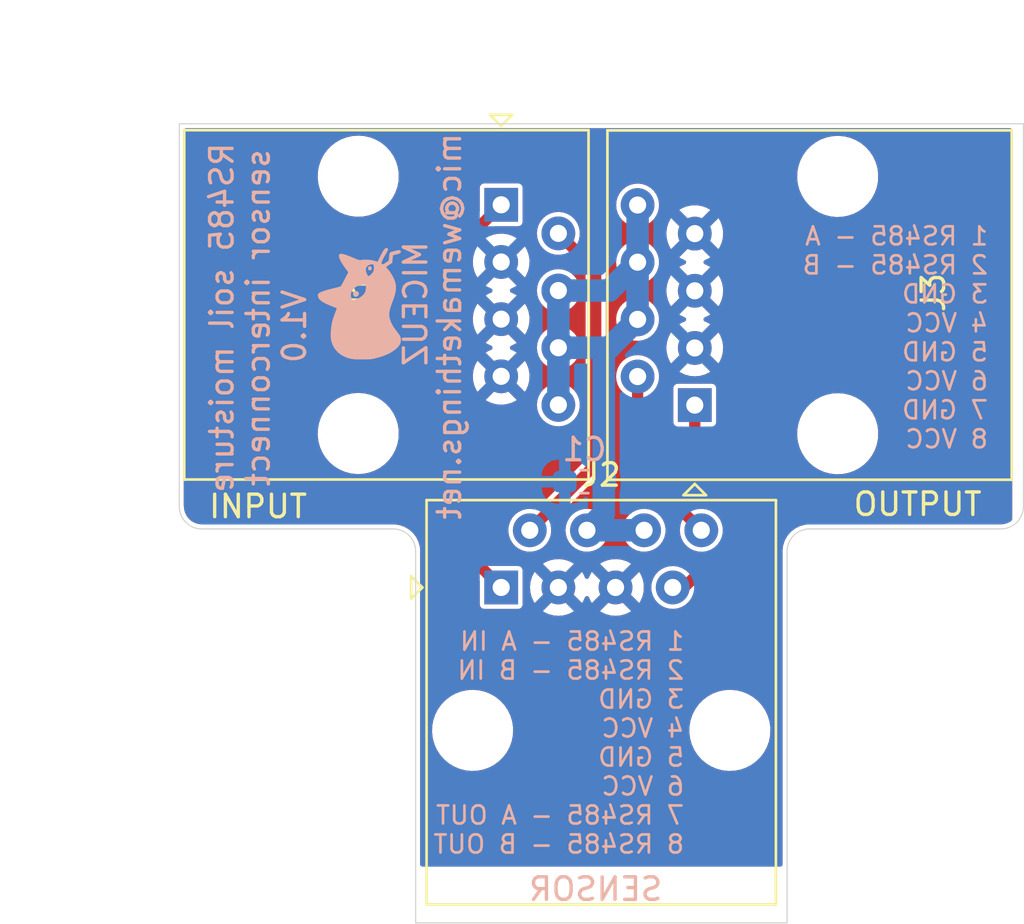
<source format=kicad_pcb>
(kicad_pcb (version 20200104) (host pcbnew "5.99.0-unknown-06c979d~86~ubuntu18.04.1")

  (general
    (thickness 1.6)
    (drawings 22)
    (tracks 26)
    (modules 5)
    (nets 7)
  )

  (page "A4")
  (layers
    (0 "F.Cu" signal)
    (31 "B.Cu" signal)
    (32 "B.Adhes" user)
    (33 "F.Adhes" user)
    (34 "B.Paste" user)
    (35 "F.Paste" user)
    (36 "B.SilkS" user)
    (37 "F.SilkS" user)
    (38 "B.Mask" user)
    (39 "F.Mask" user)
    (40 "Dwgs.User" user)
    (41 "Cmts.User" user)
    (42 "Eco1.User" user)
    (43 "Eco2.User" user)
    (44 "Edge.Cuts" user)
    (45 "Margin" user)
    (46 "B.CrtYd" user)
    (47 "F.CrtYd" user)
    (48 "B.Fab" user hide)
    (49 "F.Fab" user hide)
  )

  (setup
    (stackup
      (layer "F.SilkS" (type "Top Silk Screen") (color "White"))
      (layer "F.Paste" (type "Top Solder Paste"))
      (layer "F.Mask" (type "Top Solder Mask") (color "Green") (thickness 0.01))
      (layer "F.Cu" (type "copper") (thickness 0.035))
      (layer "dielectric 1" (type "core") (thickness 1.51) (material "FR4") (epsilon_r 4.5) (loss_tangent 0.02))
      (layer "B.Cu" (type "copper") (thickness 0.035))
      (layer "B.Mask" (type "Bottom Solder Mask") (color "Green") (thickness 0.01))
      (layer "B.Paste" (type "Bottom Solder Paste"))
      (layer "B.SilkS" (type "Bottom Silk Screen") (color "White"))
      (copper_finish "HAL lead-free")
      (dielectric_constraints no)
    )
    (last_trace_width 0.25)
    (user_trace_width 0.2)
    (user_trace_width 0.5)
    (user_trace_width 1)
    (trace_clearance 0.2)
    (zone_clearance 0.2)
    (zone_45_only no)
    (trace_min 0.2)
    (via_size 0.8)
    (via_drill 0.4)
    (via_min_size 0.4)
    (via_min_drill 0.3)
    (user_via 0.8 0.4)
    (uvia_size 0.3)
    (uvia_drill 0.1)
    (uvias_allowed no)
    (uvia_min_size 0.2)
    (uvia_min_drill 0.1)
    (max_error 0.005)
    (defaults
      (edge_clearance 0.01)
      (edge_cuts_line_width 0.05)
      (courtyard_line_width 0.05)
      (copper_line_width 0.2)
      (copper_text_dims (size 1.5 1.5) (thickness 0.3))
      (silk_line_width 0.12)
      (silk_text_dims (size 1 1) (thickness 0.15))
      (other_layers_line_width 0.1)
      (other_layers_text_dims (size 1 1) (thickness 0.15))
      (dimension_units 2)
      (dimension_precision 1)
    )
    (pad_size 1.524 1.524)
    (pad_drill 0.762)
    (pad_to_mask_clearance 0.051)
    (solder_mask_min_width 0.25)
    (aux_axis_origin 0 0)
    (visible_elements FFFFFF7F)
    (pcbplotparams
      (layerselection 0x010f0_ffffffff)
      (usegerberextensions false)
      (usegerberattributes false)
      (usegerberadvancedattributes false)
      (creategerberjobfile false)
      (excludeedgelayer false)
      (linewidth 0.100000)
      (plotframeref false)
      (viasonmask false)
      (mode 1)
      (useauxorigin false)
      (hpglpennumber 1)
      (hpglpenspeed 20)
      (hpglpendiameter 15.000000)
      (psnegative false)
      (psa4output false)
      (plotreference true)
      (plotvalue false)
      (plotinvisibletext false)
      (padsonsilk false)
      (subtractmaskfromsilk true)
      (outputformat 1)
      (mirror false)
      (drillshape 0)
      (scaleselection 1)
      (outputdirectory "gerbers/")
    )
  )

  (net 0 "")
  (net 1 "Net-(J1-Pad1)")
  (net 2 "Net-(J1-Pad2)")
  (net 3 "Net-(J2-Pad7)")
  (net 4 "Net-(J2-Pad8)")
  (net 5 "GND")
  (net 6 "VCC")

  (net_class "Default" "This is the default net class."
    (clearance 0.2)
    (trace_width 0.25)
    (via_dia 0.8)
    (via_drill 0.4)
    (uvia_dia 0.3)
    (uvia_drill 0.1)
    (add_net "GND")
    (add_net "Net-(J1-Pad1)")
    (add_net "Net-(J1-Pad2)")
    (add_net "Net-(J2-Pad7)")
    (add_net "Net-(J2-Pad8)")
    (add_net "VCC")
  )

  (module "fitskin-footprints:catnip" (layer "B.Cu") (tedit 0) (tstamp 5E2B0A9D)
    (at 100 87.5 -90)
    (fp_text reference "G***" (at 0 0 90) (layer "B.SilkS") hide
      (effects (font (size 1.524 1.524) (thickness 0.3)) (justify mirror))
    )
    (fp_text value "LOGO" (at 0.75 0 90) (layer "B.SilkS") hide
      (effects (font (size 1.524 1.524) (thickness 0.3)) (justify mirror))
    )
    (fp_poly (pts (xy -0.393481 0.266671) (xy -0.350762 0.241905) (xy -0.321282 0.185611) (xy -0.325352 0.120176)
      (xy -0.359834 0.0635) (xy -0.418312 0.026283) (xy -0.480798 0.030316) (xy -0.524457 0.054117)
      (xy -0.562683 0.10446) (xy -0.569709 0.172246) (xy -0.549589 0.234225) (xy -0.51237 0.264291)
      (xy -0.4545 0.275332) (xy -0.393481 0.266671)) (layer "B.SilkS") (width 0.01))
    (fp_poly (pts (xy -1.516642 -0.405958) (xy -1.486324 -0.445841) (xy -1.489735 -0.493965) (xy -1.494494 -0.502708)
      (xy -1.535966 -0.536114) (xy -1.591219 -0.54545) (xy -1.640575 -0.528658) (xy -1.650633 -0.519026)
      (xy -1.667729 -0.471371) (xy -1.653146 -0.423947) (xy -1.615118 -0.391092) (xy -1.573581 -0.384902)
      (xy -1.516642 -0.405958)) (layer "B.SilkS") (width 0.01))
    (fp_poly (pts (xy -0.301713 1.830035) (xy -0.231152 1.794281) (xy -0.162507 1.731502) (xy -0.093944 1.639042)
      (xy -0.023632 1.514244) (xy 0.05026 1.354452) (xy 0.129564 1.157009) (xy 0.169067 1.05089)
      (xy 0.192647 1.01027) (xy 0.217252 1.002021) (xy 0.363075 1.061675) (xy 0.527715 1.122042)
      (xy 0.688983 1.175206) (xy 0.767305 1.198258) (xy 0.900665 1.227795) (xy 1.055174 1.249941)
      (xy 1.218395 1.263953) (xy 1.37789 1.269088) (xy 1.521224 1.264604) (xy 1.634551 1.250051)
      (xy 1.818949 1.190746) (xy 1.988931 1.094754) (xy 2.138367 0.966905) (xy 2.261127 0.812027)
      (xy 2.317496 0.712113) (xy 2.366467 0.606506) (xy 2.403549 0.510673) (xy 2.430305 0.415853)
      (xy 2.448298 0.313285) (xy 2.459091 0.194209) (xy 2.464249 0.049863) (xy 2.465356 -0.116416)
      (xy 2.464644 -0.262982) (xy 2.462396 -0.376681) (xy 2.457753 -0.466976) (xy 2.449856 -0.543327)
      (xy 2.437845 -0.615196) (xy 2.420861 -0.692046) (xy 2.408523 -0.742111) (xy 2.33174 -1.007298)
      (xy 2.243822 -1.234928) (xy 2.143016 -1.428721) (xy 2.027569 -1.5924) (xy 1.984879 -1.641624)
      (xy 1.882881 -1.740101) (xy 1.786414 -1.803104) (xy 1.687031 -1.835119) (xy 1.608458 -1.8415)
      (xy 1.54358 -1.838089) (xy 1.484843 -1.825131) (xy 1.42404 -1.79854) (xy 1.352967 -1.754228)
      (xy 1.263419 -1.688109) (xy 1.199029 -1.637558) (xy 1.01235 -1.505612) (xy 0.828135 -1.407581)
      (xy 0.651421 -1.345988) (xy 0.592315 -1.333513) (xy 0.500298 -1.3234) (xy 0.404743 -1.325978)
      (xy 0.298624 -1.342683) (xy 0.174916 -1.374951) (xy 0.026595 -1.42422) (xy -0.121164 -1.479411)
      (xy -0.321688 -1.550944) (xy -0.495098 -1.598366) (xy -0.648843 -1.622007) (xy -0.790373 -1.622198)
      (xy -0.927139 -1.599269) (xy -1.066591 -1.553551) (xy -1.134965 -1.524383) (xy -1.230791 -1.47537)
      (xy -1.334808 -1.413215) (xy -1.435185 -1.345831) (xy -1.520091 -1.281127) (xy -1.574906 -1.230177)
      (xy -1.609087 -1.197564) (xy -1.630628 -1.185333) (xy -1.648689 -1.201819) (xy -1.682561 -1.245467)
      (xy -1.725584 -1.307565) (xy -1.734812 -1.321604) (xy -1.823596 -1.457875) (xy -1.991217 -1.472496)
      (xy -2.158837 -1.487118) (xy -2.18151 -1.574351) (xy -2.20178 -1.652428) (xy -2.221757 -1.729512)
      (xy -2.224155 -1.738781) (xy -2.253215 -1.804218) (xy -2.294031 -1.837528) (xy -2.339403 -1.835215)
      (xy -2.370539 -1.809904) (xy -2.38109 -1.786876) (xy -2.381988 -1.748863) (xy -2.372404 -1.687875)
      (xy -2.351509 -1.595927) (xy -2.346041 -1.573687) (xy -2.321111 -1.483578) (xy -2.295958 -1.41039)
      (xy -2.274081 -1.363596) (xy -2.264202 -1.352242) (xy -2.228789 -1.342388) (xy -2.164316 -1.332032)
      (xy -2.083976 -1.323245) (xy -2.074334 -1.322431) (xy -1.915584 -1.309444) (xy -1.826962 -1.175523)
      (xy -1.78207 -1.105019) (xy -1.758999 -1.059297) (xy -1.754438 -1.029068) (xy -1.765081 -1.005044)
      (xy -1.765857 -1.00397) (xy -1.783341 -0.984527) (xy -1.805333 -0.978393) (xy -1.842883 -0.986269)
      (xy -1.907039 -1.008858) (xy -1.92021 -1.013771) (xy -1.999251 -1.048484) (xy -2.095079 -1.097985)
      (xy -2.189741 -1.152868) (xy -2.209989 -1.165602) (xy -2.315253 -1.228233) (xy -2.392087 -1.262256)
      (xy -2.442902 -1.268059) (xy -2.47011 -1.24603) (xy -2.4765 -1.208558) (xy -2.470426 -1.170279)
      (xy -2.446951 -1.135862) (xy -2.398193 -1.09596) (xy -2.358846 -1.069021) (xy -2.283699 -1.02329)
      (xy -2.187135 -0.97023) (xy -2.086598 -0.919306) (xy -2.057221 -0.905372) (xy -1.977839 -0.868329)
      (xy -1.914683 -0.83862) (xy -1.876329 -0.820291) (xy -1.868814 -0.816458) (xy -1.872251 -0.796252)
      (xy -1.885613 -0.74691) (xy -1.903587 -0.687008) (xy -1.923613 -0.600746) (xy -1.761224 -0.600746)
      (xy -1.744202 -0.625128) (xy -1.703917 -0.637547) (xy -1.596824 -0.652209) (xy -1.505408 -0.643212)
      (xy -1.437605 -0.621255) (xy -1.382648 -0.588847) (xy -1.323846 -0.538639) (xy -1.271653 -0.48168)
      (xy -1.236526 -0.429018) (xy -1.227667 -0.399421) (xy -1.246037 -0.37714) (xy -1.293189 -0.348793)
      (xy -1.357187 -0.319895) (xy -1.426092 -0.295958) (xy -1.477715 -0.283926) (xy -1.57402 -0.287257)
      (xy -1.654847 -0.327401) (xy -1.715947 -0.400355) (xy -1.753068 -0.502116) (xy -1.760261 -0.550093)
      (xy -1.761224 -0.600746) (xy -1.923613 -0.600746) (xy -1.937656 -0.540257) (xy -1.95678 -0.37701)
      (xy -1.958764 -0.252681) (xy -0.857681 -0.252681) (xy -0.854935 -0.278912) (xy -0.825438 -0.292064)
      (xy -0.767225 -0.296625) (xy -0.692851 -0.293428) (xy -0.614872 -0.283305) (xy -0.545843 -0.267087)
      (xy -0.517765 -0.256572) (xy -0.414302 -0.188263) (xy -0.320233 -0.084793) (xy -0.240205 0.046932)
      (xy -0.178862 0.200008) (xy -0.157444 0.278936) (xy -0.153196 0.31666) (xy -0.169794 0.338497)
      (xy -0.216965 0.355757) (xy -0.22563 0.358193) (xy -0.373739 0.381851) (xy -0.505332 0.367161)
      (xy -0.618733 0.315424) (xy -0.712268 0.227937) (xy -0.784262 0.106) (xy -0.833041 -0.049088)
      (xy -0.846101 -0.123083) (xy -0.854601 -0.196335) (xy -0.857681 -0.252681) (xy -1.958764 -0.252681)
      (xy -1.95933 -0.217222) (xy -1.950127 -0.116416) (xy -1.942679 -0.060892) (xy -1.941286 -0.015488)
      (xy -1.948248 0.029995) (xy -1.965863 0.08576) (xy -1.996433 0.162006) (xy -2.031249 0.243417)
      (xy -2.109017 0.430466) (xy -2.165852 0.583153) (xy -2.202181 0.703667) (xy -2.218428 0.794197)
      (xy -2.215016 0.856934) (xy -2.192372 0.894066) (xy -2.159931 0.906919) (xy -2.079101 0.900526)
      (xy -1.972498 0.862974) (xy -1.84194 0.795212) (xy -1.689247 0.698185) (xy -1.516238 0.572842)
      (xy -1.512239 0.569789) (xy -1.405227 0.488032) (xy -1.100142 0.646588) (xy -0.996085 0.701164)
      (xy -0.905066 0.74984) (xy -0.833835 0.788931) (xy -0.789145 0.814753) (xy -0.777544 0.822657)
      (xy -0.766361 0.848949) (xy -0.748453 0.908114) (xy -0.72619 0.99168) (xy -0.701938 1.091176)
      (xy -0.699255 1.102711) (xy -0.652649 1.292481) (xy -0.606079 1.460229) (xy -0.561168 1.60082)
      (xy -0.519538 1.709118) (xy -0.487478 1.772709) (xy -0.448904 1.821168) (xy -0.403833 1.839823)
      (xy -0.37602 1.841421) (xy -0.301713 1.830035)) (layer "B.SilkS") (width 0.01))
  )

  (module "Capacitor_SMD:C_0603_1608Metric_Pad1.05x0.95mm_HandSolder" (layer "B.Cu") (tedit 5B301BBE) (tstamp 5E2AFF74)
    (at 110 95.4 180)
    (descr "Capacitor SMD 0603 (1608 Metric), square (rectangular) end terminal, IPC_7351 nominal with elongated pad for handsoldering. (Body size source: http://www.tortai-tech.com/upload/download/2011102023233369053.pdf), generated with kicad-footprint-generator")
    (tags "capacitor handsolder")
    (path "/5E2AEB7D")
    (attr smd)
    (fp_text reference "C1" (at 0 1.43) (layer "B.SilkS")
      (effects (font (size 1 1) (thickness 0.15)) (justify mirror))
    )
    (fp_text value "C" (at 0 -1.43) (layer "B.Fab")
      (effects (font (size 1 1) (thickness 0.15)) (justify mirror))
    )
    (fp_text user "%R" (at 0 0) (layer "B.Fab")
      (effects (font (size 0.4 0.4) (thickness 0.06)) (justify mirror))
    )
    (fp_line (start 1.65 -0.73) (end -1.65 -0.73) (layer "B.CrtYd") (width 0.05))
    (fp_line (start 1.65 0.73) (end 1.65 -0.73) (layer "B.CrtYd") (width 0.05))
    (fp_line (start -1.65 0.73) (end 1.65 0.73) (layer "B.CrtYd") (width 0.05))
    (fp_line (start -1.65 -0.73) (end -1.65 0.73) (layer "B.CrtYd") (width 0.05))
    (fp_line (start -0.171267 -0.51) (end 0.171267 -0.51) (layer "B.SilkS") (width 0.12))
    (fp_line (start -0.171267 0.51) (end 0.171267 0.51) (layer "B.SilkS") (width 0.12))
    (fp_line (start 0.8 -0.4) (end -0.8 -0.4) (layer "B.Fab") (width 0.1))
    (fp_line (start 0.8 0.4) (end 0.8 -0.4) (layer "B.Fab") (width 0.1))
    (fp_line (start -0.8 0.4) (end 0.8 0.4) (layer "B.Fab") (width 0.1))
    (fp_line (start -0.8 -0.4) (end -0.8 0.4) (layer "B.Fab") (width 0.1))
    (pad "2" smd roundrect (at 0.875 0 180) (size 1.05 0.95) (layers "B.Cu" "B.Paste" "B.Mask") (roundrect_rratio 0.25)
      (net 5 "GND"))
    (pad "1" smd roundrect (at -0.875 0 180) (size 1.05 0.95) (layers "B.Cu" "B.Paste" "B.Mask") (roundrect_rratio 0.25)
      (net 6 "VCC"))
    (model "${KISYS3DMOD}/Capacitor_SMD.3dshapes/C_0603_1608Metric.wrl"
      (at (xyz 0 0 0))
      (scale (xyz 1 1 1))
      (rotate (xyz 0 0 0))
    )
  )

  (module "Connector_RJ:RJ45_Amphenol_54602-x08_Horizontal" (layer "F.Cu") (tedit 5B103613) (tstamp 5E2AF50C)
    (at 114.9 92 90)
    (descr "8 Pol Shallow Latch Connector, Modjack, RJ45 (https://cdn.amphenol-icc.com/media/wysiwyg/files/drawing/c-bmj-0102.pdf)")
    (tags "RJ45")
    (path "/5E263D70")
    (fp_text reference "J3" (at 5 10.6 90) (layer "F.SilkS")
      (effects (font (size 1 1) (thickness 0.15)))
    )
    (fp_text value "RJ45" (at 4.445 4 90) (layer "F.Fab")
      (effects (font (size 1 1) (thickness 0.15)))
    )
    (fp_text user "%R" (at 4.445 2 90) (layer "F.Fab")
      (effects (font (size 1 1) (thickness 0.15)))
    )
    (fp_line (start -4 0.5) (end -3.5 0) (layer "F.SilkS") (width 0.12))
    (fp_line (start -4 -0.5) (end -4 0.5) (layer "F.SilkS") (width 0.12))
    (fp_line (start -3.5 0) (end -4 -0.5) (layer "F.SilkS") (width 0.12))
    (fp_line (start -3.205 13.97) (end -3.205 -2.77) (layer "F.Fab") (width 0.12))
    (fp_line (start 12.095 13.97) (end -3.205 13.97) (layer "F.Fab") (width 0.12))
    (fp_line (start 12.095 -3.77) (end 12.095 13.97) (layer "F.Fab") (width 0.12))
    (fp_line (start -2.205 -3.77) (end 12.095 -3.77) (layer "F.Fab") (width 0.12))
    (fp_line (start -3.205 -2.77) (end -2.205 -3.77) (layer "F.Fab") (width 0.12))
    (fp_line (start -3.315 14.08) (end 12.205 14.08) (layer "F.SilkS") (width 0.12))
    (fp_line (start 12.205 -3.88) (end 12.205 14.08) (layer "F.SilkS") (width 0.12))
    (fp_line (start 12.205 -3.88) (end -3.315 -3.88) (layer "F.SilkS") (width 0.12))
    (fp_line (start -3.315 -3.88) (end -3.315 14.08) (layer "F.SilkS") (width 0.12))
    (fp_line (start -3.71 -4.27) (end 12.6 -4.27) (layer "F.CrtYd") (width 0.05))
    (fp_line (start -3.71 -4.27) (end -3.71 14.47) (layer "F.CrtYd") (width 0.05))
    (fp_line (start 12.6 14.47) (end 12.6 -4.27) (layer "F.CrtYd") (width 0.05))
    (fp_line (start 12.6 14.47) (end -3.71 14.47) (layer "F.CrtYd") (width 0.05))
    (pad "8" thru_hole circle (at 8.89 -2.54 90) (size 1.5 1.5) (drill 0.76) (layers *.Cu *.Mask)
      (net 6 "VCC"))
    (pad "7" thru_hole circle (at 7.62 0 90) (size 1.5 1.5) (drill 0.76) (layers *.Cu *.Mask)
      (net 5 "GND"))
    (pad "6" thru_hole circle (at 6.35 -2.54 90) (size 1.5 1.5) (drill 0.76) (layers *.Cu *.Mask)
      (net 6 "VCC"))
    (pad "5" thru_hole circle (at 5.08 0 90) (size 1.5 1.5) (drill 0.76) (layers *.Cu *.Mask)
      (net 5 "GND"))
    (pad "4" thru_hole circle (at 3.81 -2.54 90) (size 1.5 1.5) (drill 0.76) (layers *.Cu *.Mask)
      (net 6 "VCC"))
    (pad "3" thru_hole circle (at 2.54 0 90) (size 1.5 1.5) (drill 0.76) (layers *.Cu *.Mask)
      (net 5 "GND"))
    (pad "2" thru_hole circle (at 1.27 -2.54 90) (size 1.5 1.5) (drill 0.76) (layers *.Cu *.Mask)
      (net 4 "Net-(J2-Pad8)"))
    (pad "1" thru_hole rect (at 0 0 90) (size 1.5 1.5) (drill 0.76) (layers *.Cu *.Mask)
      (net 3 "Net-(J2-Pad7)"))
    (pad "" np_thru_hole circle (at -1.27 6.35 90) (size 3.2 3.2) (drill 3.2) (layers *.Cu *.Mask))
    (pad "" np_thru_hole circle (at 10.16 6.35 90) (size 3.2 3.2) (drill 3.2) (layers *.Cu *.Mask))
    (model "${KISYS3DMOD}/Connect.3dshapes/RJ45_8.wrl"
      (offset (xyz 4.5 -6.5 0))
      (scale (xyz 0.4 0.4 0.4))
      (rotate (xyz 0 0 0))
    )
  )

  (module "Connector_RJ:RJ45_Amphenol_54602-x08_Horizontal" (layer "F.Cu") (tedit 5B103613) (tstamp 5E2B05A9)
    (at 106.3 100.1)
    (descr "8 Pol Shallow Latch Connector, Modjack, RJ45 (https://cdn.amphenol-icc.com/media/wysiwyg/files/drawing/c-bmj-0102.pdf)")
    (tags "RJ45")
    (path "/5E263AF8")
    (fp_text reference "J2" (at 4.445 -5) (layer "F.SilkS")
      (effects (font (size 1 1) (thickness 0.15)))
    )
    (fp_text value "RJ45" (at 4.445 4) (layer "F.Fab")
      (effects (font (size 1 1) (thickness 0.15)))
    )
    (fp_text user "%R" (at 4.445 2) (layer "F.Fab")
      (effects (font (size 1 1) (thickness 0.15)))
    )
    (fp_line (start -4 0.5) (end -3.5 0) (layer "F.SilkS") (width 0.12))
    (fp_line (start -4 -0.5) (end -4 0.5) (layer "F.SilkS") (width 0.12))
    (fp_line (start -3.5 0) (end -4 -0.5) (layer "F.SilkS") (width 0.12))
    (fp_line (start -3.205 13.97) (end -3.205 -2.77) (layer "F.Fab") (width 0.12))
    (fp_line (start 12.095 13.97) (end -3.205 13.97) (layer "F.Fab") (width 0.12))
    (fp_line (start 12.095 -3.77) (end 12.095 13.97) (layer "F.Fab") (width 0.12))
    (fp_line (start -2.205 -3.77) (end 12.095 -3.77) (layer "F.Fab") (width 0.12))
    (fp_line (start -3.205 -2.77) (end -2.205 -3.77) (layer "F.Fab") (width 0.12))
    (fp_line (start -3.315 14.08) (end 12.205 14.08) (layer "F.SilkS") (width 0.12))
    (fp_line (start 12.205 -3.88) (end 12.205 14.08) (layer "F.SilkS") (width 0.12))
    (fp_line (start 12.205 -3.88) (end -3.315 -3.88) (layer "F.SilkS") (width 0.12))
    (fp_line (start -3.315 -3.88) (end -3.315 14.08) (layer "F.SilkS") (width 0.12))
    (fp_line (start -3.71 -4.27) (end 12.6 -4.27) (layer "F.CrtYd") (width 0.05))
    (fp_line (start -3.71 -4.27) (end -3.71 14.47) (layer "F.CrtYd") (width 0.05))
    (fp_line (start 12.6 14.47) (end 12.6 -4.27) (layer "F.CrtYd") (width 0.05))
    (fp_line (start 12.6 14.47) (end -3.71 14.47) (layer "F.CrtYd") (width 0.05))
    (pad "8" thru_hole circle (at 8.89 -2.54) (size 1.5 1.5) (drill 0.76) (layers *.Cu *.Mask)
      (net 4 "Net-(J2-Pad8)"))
    (pad "7" thru_hole circle (at 7.62 0) (size 1.5 1.5) (drill 0.76) (layers *.Cu *.Mask)
      (net 3 "Net-(J2-Pad7)"))
    (pad "6" thru_hole circle (at 6.35 -2.54) (size 1.5 1.5) (drill 0.76) (layers *.Cu *.Mask)
      (net 6 "VCC"))
    (pad "5" thru_hole circle (at 5.08 0) (size 1.5 1.5) (drill 0.76) (layers *.Cu *.Mask)
      (net 5 "GND"))
    (pad "4" thru_hole circle (at 3.81 -2.54) (size 1.5 1.5) (drill 0.76) (layers *.Cu *.Mask)
      (net 6 "VCC"))
    (pad "3" thru_hole circle (at 2.54 0) (size 1.5 1.5) (drill 0.76) (layers *.Cu *.Mask)
      (net 5 "GND"))
    (pad "2" thru_hole circle (at 1.27 -2.54) (size 1.5 1.5) (drill 0.76) (layers *.Cu *.Mask)
      (net 2 "Net-(J1-Pad2)"))
    (pad "1" thru_hole rect (at 0 0) (size 1.5 1.5) (drill 0.76) (layers *.Cu *.Mask)
      (net 1 "Net-(J1-Pad1)"))
    (pad "" np_thru_hole circle (at -1.27 6.35) (size 3.2 3.2) (drill 3.2) (layers *.Cu *.Mask))
    (pad "" np_thru_hole circle (at 10.16 6.35) (size 3.2 3.2) (drill 3.2) (layers *.Cu *.Mask))
    (model "${KISYS3DMOD}/Connect.3dshapes/RJ45_8.wrl"
      (offset (xyz 4.5 -6.5 0))
      (scale (xyz 0.4 0.4 0.4))
      (rotate (xyz 0 0 0))
    )
  )

  (module "Connector_RJ:RJ45_Amphenol_54602-x08_Horizontal" (layer "F.Cu") (tedit 5B103613) (tstamp 5E25FCE6)
    (at 106.3 83.1 -90)
    (descr "8 Pol Shallow Latch Connector, Modjack, RJ45 (https://cdn.amphenol-icc.com/media/wysiwyg/files/drawing/c-bmj-0102.pdf)")
    (tags "RJ45")
    (path "/5E25C684")
    (fp_text reference "J1" (at 3.9 6.3 90) (layer "F.SilkS")
      (effects (font (size 1 1) (thickness 0.15)))
    )
    (fp_text value "RJ45" (at 4.445 4 90) (layer "F.Fab")
      (effects (font (size 1 1) (thickness 0.15)))
    )
    (fp_text user "%R" (at 4.445 2 90) (layer "F.Fab")
      (effects (font (size 1 1) (thickness 0.15)))
    )
    (fp_line (start -4 0.5) (end -3.5 0) (layer "F.SilkS") (width 0.12))
    (fp_line (start -4 -0.5) (end -4 0.5) (layer "F.SilkS") (width 0.12))
    (fp_line (start -3.5 0) (end -4 -0.5) (layer "F.SilkS") (width 0.12))
    (fp_line (start -3.205 13.97) (end -3.205 -2.77) (layer "F.Fab") (width 0.12))
    (fp_line (start 12.095 13.97) (end -3.205 13.97) (layer "F.Fab") (width 0.12))
    (fp_line (start 12.095 -3.77) (end 12.095 13.97) (layer "F.Fab") (width 0.12))
    (fp_line (start -2.205 -3.77) (end 12.095 -3.77) (layer "F.Fab") (width 0.12))
    (fp_line (start -3.205 -2.77) (end -2.205 -3.77) (layer "F.Fab") (width 0.12))
    (fp_line (start -3.315 14.08) (end 12.205 14.08) (layer "F.SilkS") (width 0.12))
    (fp_line (start 12.205 -3.88) (end 12.205 14.08) (layer "F.SilkS") (width 0.12))
    (fp_line (start 12.205 -3.88) (end -3.315 -3.88) (layer "F.SilkS") (width 0.12))
    (fp_line (start -3.315 -3.88) (end -3.315 14.08) (layer "F.SilkS") (width 0.12))
    (fp_line (start -3.71 -4.27) (end 12.6 -4.27) (layer "F.CrtYd") (width 0.05))
    (fp_line (start -3.71 -4.27) (end -3.71 14.47) (layer "F.CrtYd") (width 0.05))
    (fp_line (start 12.6 14.47) (end 12.6 -4.27) (layer "F.CrtYd") (width 0.05))
    (fp_line (start 12.6 14.47) (end -3.71 14.47) (layer "F.CrtYd") (width 0.05))
    (pad "8" thru_hole circle (at 8.89 -2.54 270) (size 1.5 1.5) (drill 0.76) (layers *.Cu *.Mask)
      (net 6 "VCC"))
    (pad "7" thru_hole circle (at 7.62 0 270) (size 1.5 1.5) (drill 0.76) (layers *.Cu *.Mask)
      (net 5 "GND"))
    (pad "6" thru_hole circle (at 6.35 -2.54 270) (size 1.5 1.5) (drill 0.76) (layers *.Cu *.Mask)
      (net 6 "VCC"))
    (pad "5" thru_hole circle (at 5.08 0 270) (size 1.5 1.5) (drill 0.76) (layers *.Cu *.Mask)
      (net 5 "GND"))
    (pad "4" thru_hole circle (at 3.81 -2.54 270) (size 1.5 1.5) (drill 0.76) (layers *.Cu *.Mask)
      (net 6 "VCC"))
    (pad "3" thru_hole circle (at 2.54 0 270) (size 1.5 1.5) (drill 0.76) (layers *.Cu *.Mask)
      (net 5 "GND"))
    (pad "2" thru_hole circle (at 1.27 -2.54 270) (size 1.5 1.5) (drill 0.76) (layers *.Cu *.Mask)
      (net 2 "Net-(J1-Pad2)"))
    (pad "1" thru_hole rect (at 0 0 270) (size 1.5 1.5) (drill 0.76) (layers *.Cu *.Mask)
      (net 1 "Net-(J1-Pad1)"))
    (pad "" np_thru_hole circle (at -1.27 6.35 270) (size 3.2 3.2) (drill 3.2) (layers *.Cu *.Mask))
    (pad "" np_thru_hole circle (at 10.16 6.35 270) (size 3.2 3.2) (drill 3.2) (layers *.Cu *.Mask))
    (model "${KISYS3DMOD}/Connect.3dshapes/RJ45_8.wrl"
      (offset (xyz 4.5 -6.5 0))
      (scale (xyz 0.4 0.4 0.4))
      (rotate (xyz 0 0 0))
    )
  )

  (gr_text "1 RS485 - A IN\n2 RS485 - B IN\n3 GND\n4 VCC\n5 GND\n6 VCC\n7 RS485 - A OUT\n8 RS485 - B OUT\n" (at 114.5 107) (layer "B.SilkS")
    (effects (font (size 0.8 0.8) (thickness 0.12)) (justify left mirror))
  )
  (gr_text "1 RS485 - A\n2 RS485 - B\n3 GND\n4 VCC\n5 GND\n6 VCC\n7 GND\n8 VCC\n" (at 128 89) (layer "B.SilkS")
    (effects (font (size 0.8 0.8) (thickness 0.12)) (justify left mirror))
  )
  (gr_text "mic@wemakethings.net" (at 104 88.5 90) (layer "B.SilkS")
    (effects (font (size 1 1) (thickness 0.15)) (justify mirror))
  )
  (gr_text "MICEUZ" (at 102.5 87.5 90) (layer "B.SilkS")
    (effects (font (size 1 1) (thickness 0.15)) (justify mirror))
  )
  (gr_text "RS485 soil moisture \nsensor interconnect \nV1.0" (at 95.5 88.5 90) (layer "B.SilkS")
    (effects (font (size 1 1) (thickness 0.15)) (justify mirror))
  )
  (gr_arc (start 93 96.5) (end 92 96.5) (angle -90) (layer "Edge.Cuts") (width 0.05))
  (gr_arc (start 128.5 96.5) (end 128.5 97.5) (angle -90) (layer "Edge.Cuts") (width 0.05))
  (gr_arc (start 101.5 98.5) (end 102.5 98.5) (angle -90) (layer "Edge.Cuts") (width 0.05))
  (gr_arc (start 120 98.5) (end 120 97.5) (angle -90) (layer "Edge.Cuts") (width 0.05))
  (gr_line (start 102.5 115) (end 119 115) (layer "Edge.Cuts") (width 0.05))
  (gr_line (start 102.5 98.5) (end 102.5 115) (layer "Edge.Cuts") (width 0.05))
  (gr_line (start 101.5 97.5) (end 93 97.5) (layer "Edge.Cuts") (width 0.05))
  (gr_line (start 119 98.5) (end 119 115) (layer "Edge.Cuts") (width 0.05))
  (gr_line (start 128.5 97.5) (end 120 97.5) (layer "Edge.Cuts") (width 0.05))
  (gr_text "OUTPUT" (at 124.8 96.4) (layer "F.SilkS")
    (effects (font (size 1 1) (thickness 0.15)))
  )
  (gr_text "SENSOR" (at 110.5 113.5) (layer "B.SilkS")
    (effects (font (size 1 1) (thickness 0.15)) (justify mirror))
  )
  (gr_text "INPUT" (at 95.5 96.5) (layer "F.SilkS")
    (effects (font (size 1 1) (thickness 0.15)))
  )
  (dimension 36 (width 0.1) (layer "Cmts.User")
    (gr_text "36,000 mm" (at 87.75 97 90) (layer "Cmts.User")
      (effects (font (size 1 1) (thickness 0.15)))
    )
    (feature1 (pts (xy 92 79) (xy 88.413579 79)))
    (feature2 (pts (xy 92 115) (xy 88.413579 115)))
    (crossbar (pts (xy 89 115) (xy 89 79)))
    (arrow1a (pts (xy 89 79) (xy 89.586421 80.126504)))
    (arrow1b (pts (xy 89 79) (xy 88.413579 80.126504)))
    (arrow2a (pts (xy 89 115) (xy 89.586421 113.873496)))
    (arrow2b (pts (xy 89 115) (xy 88.413579 113.873496)))
  )
  (dimension 37.5 (width 0.1) (layer "Cmts.User")
    (gr_text "37,500 mm" (at 110.75 74.75) (layer "Cmts.User")
      (effects (font (size 1 1) (thickness 0.15)))
    )
    (feature1 (pts (xy 129.5 79) (xy 129.5 75.413579)))
    (feature2 (pts (xy 92 79) (xy 92 75.413579)))
    (crossbar (pts (xy 92 76) (xy 129.5 76)))
    (arrow1a (pts (xy 129.5 76) (xy 128.373496 76.586421)))
    (arrow1b (pts (xy 129.5 76) (xy 128.373496 75.413579)))
    (arrow2a (pts (xy 92 76) (xy 93.126504 76.586421)))
    (arrow2b (pts (xy 92 76) (xy 93.126504 75.413579)))
  )
  (gr_line (start 92 96.5) (end 92 79.5) (layer "Edge.Cuts") (width 0.05))
  (gr_line (start 129.5 79.5) (end 129.5 96.5) (layer "Edge.Cuts") (width 0.05))
  (gr_line (start 92 79.5) (end 129.5 79.5) (layer "Edge.Cuts") (width 0.05))

  (segment (start 104.2 98) (end 106.3 100.1) (width 0.5) (layer "F.Cu") (net 1))
  (segment (start 106.3 83.1) (end 104.2 85.2) (width 0.5) (layer "F.Cu") (net 1))
  (segment (start 104.2 85.2) (end 104.2 98) (width 0.5) (layer "F.Cu") (net 1))
  (segment (start 110.5 94.63) (end 107.57 97.56) (width 0.5) (layer "F.Cu") (net 2))
  (segment (start 108.84 84.37) (end 110.5 86.03) (width 0.5) (layer "F.Cu") (net 2))
  (segment (start 110.5 86.03) (end 110.5 94.63) (width 0.5) (layer "F.Cu") (net 2))
  (segment (start 108.84 86.91) (end 108.84 89.45) (width 1) (layer "B.Cu") (net 6))
  (segment (start 112.36 85.65) (end 112.36 88.19) (width 1) (layer "B.Cu") (net 6))
  (segment (start 111.1 89.45) (end 112.36 88.19) (width 1) (layer "B.Cu") (net 6))
  (segment (start 110.11 97.56) (end 112.65 97.56) (width 1) (layer "B.Cu") (net 6))
  (segment (start 110.859999 89.459999) (end 110.85 89.45) (width 1) (layer "B.Cu") (net 6))
  (segment (start 110.859999 96.810001) (end 110.859999 89.459999) (width 1) (layer "B.Cu") (net 6))
  (segment (start 110.11 97.56) (end 110.859999 96.810001) (width 1) (layer "B.Cu") (net 6))
  (segment (start 108.84 89.45) (end 110.85 89.45) (width 1) (layer "B.Cu") (net 6))
  (segment (start 110.85 89.45) (end 111.1 89.45) (width 1) (layer "B.Cu") (net 6))
  (segment (start 111.1 86.91) (end 112.36 85.65) (width 1) (layer "B.Cu") (net 6))
  (segment (start 108.84 86.91) (end 111.1 86.91) (width 1) (layer "B.Cu") (net 6))
  (segment (start 108.84 89.45) (end 108.84 91.99) (width 1) (layer "B.Cu") (net 6))
  (segment (start 112.36 85.65) (end 112.36 83.11) (width 1) (layer "B.Cu") (net 6))
  (segment (start 112.36 94.73) (end 115.19 97.56) (width 0.5) (layer "F.Cu") (net 4))
  (segment (start 112.36 90.73) (end 112.36 94.73) (width 0.5) (layer "F.Cu") (net 4))
  (segment (start 114.9 92) (end 114.9 95) (width 0.5) (layer "F.Cu") (net 3))
  (segment (start 114.9 95) (end 116.6 96.7) (width 0.5) (layer "F.Cu") (net 3))
  (segment (start 114.426002 100.1) (end 113.92 100.1) (width 0.5) (layer "F.Cu") (net 3))
  (segment (start 116.6 97.926002) (end 114.426002 100.1) (width 0.5) (layer "F.Cu") (net 3))
  (segment (start 116.6 96.7) (end 116.6 97.926002) (width 0.5) (layer "F.Cu") (net 3))

  (zone (net 5) (net_name "GND") (layer "B.Cu") (tstamp 0) (hatch edge 0.508)
    (connect_pads (clearance 0.2))
    (min_thickness 0.2)
    (fill yes (thermal_gap 0.508) (thermal_bridge_width 0.508))
    (polygon
      (pts
        (xy 129 112.5) (xy 92 112.5) (xy 92 79.5) (xy 129 79.5)
      )
    )
    (filled_polygon
      (pts
        (xy 128.901 97.063132) (xy 128.867918 97.088793) (xy 128.74201 97.150747) (xy 128.602585 97.187065) (xy 128.46555 97.197609)
        (xy 128.45463 97.201) (xy 120.02239 97.201) (xy 119.988152 97.195853) (xy 119.97652 97.196765) (xy 119.812565 97.209381)
        (xy 119.797464 97.21407) (xy 119.781585 97.214527) (xy 119.770366 97.217446) (xy 119.563975 97.271206) (xy 119.546645 97.280208)
        (xy 119.527544 97.284706) (xy 119.517147 97.289823) (xy 119.325797 97.38398) (xy 119.310633 97.396281) (xy 119.292784 97.404547)
        (xy 119.28367 97.411631) (xy 119.11516 97.542341) (xy 119.102778 97.557442) (xy 119.08706 97.569051) (xy 119.079503 97.577842)
        (xy 118.940669 97.739823) (xy 118.931578 97.757103) (xy 118.918422 97.771739) (xy 118.912783 97.78194) (xy 118.912784 97.78194)
        (xy 118.80945 97.968358) (xy 118.804019 97.987114) (xy 118.794116 98.004026) (xy 118.790645 98.015089) (xy 118.726865 98.218609)
        (xy 118.725316 98.238075) (xy 118.719003 98.256672) (xy 118.717839 98.268185) (xy 118.696287 98.480356) (xy 118.701 98.518467)
        (xy 118.701001 112.401) (xy 102.799 112.401) (xy 102.799 106.541366) (xy 103.127873 106.541366) (xy 103.16227 106.821514)
        (xy 103.2377 107.093502) (xy 103.352502 107.351352) (xy 103.504156 107.589401) (xy 103.68933 107.80242) (xy 103.903957 107.985728)
        (xy 104.143321 108.135299) (xy 104.402164 108.247848) (xy 104.674798 108.3209) (xy 104.955237 108.352851) (xy 105.237318 108.343001)
        (xy 105.514843 108.291565) (xy 105.781718 108.199672) (xy 106.03208 108.069343) (xy 106.260427 107.903438) (xy 106.461743 107.705605)
        (xy 106.631607 107.480188) (xy 106.766286 107.23214) (xy 106.862823 106.96691) (xy 106.919355 106.689045) (xy 106.923221 106.541366)
        (xy 114.557873 106.541366) (xy 114.59227 106.821514) (xy 114.6677 107.093502) (xy 114.782502 107.351352) (xy 114.934156 107.589401)
        (xy 115.11933 107.80242) (xy 115.333957 107.985728) (xy 115.573321 108.135299) (xy 115.832164 108.247848) (xy 116.104798 108.3209)
        (xy 116.385237 108.352851) (xy 116.667318 108.343001) (xy 116.944843 108.291565) (xy 117.211718 108.199672) (xy 117.46208 108.069343)
        (xy 117.690427 107.903438) (xy 117.891743 107.705605) (xy 118.061607 107.480188) (xy 118.196286 107.23214) (xy 118.292823 106.96691)
        (xy 118.349355 106.689045) (xy 118.359276 106.310164) (xy 118.317364 106.029722) (xy 118.234841 105.759802) (xy 118.113329 105.505045)
        (xy 117.955495 105.271047) (xy 117.764808 105.062948) (xy 117.545456 104.885322) (xy 117.302259 104.742068) (xy 117.040559 104.636334)
        (xy 116.766105 104.570443) (xy 116.484926 104.545844) (xy 116.203201 104.563074) (xy 115.927115 104.621758) (xy 115.662737 104.720605)
        (xy 115.415874 104.857443) (xy 115.191948 105.029268) (xy 114.995879 105.232304) (xy 114.831974 105.46209) (xy 114.703834 105.713579)
        (xy 114.614275 105.981246) (xy 114.565261 106.25921) (xy 114.557873 106.541366) (xy 106.923221 106.541366) (xy 106.929276 106.310164)
        (xy 106.887364 106.029722) (xy 106.804841 105.759802) (xy 106.683329 105.505045) (xy 106.525495 105.271047) (xy 106.334808 105.062948)
        (xy 106.115456 104.885322) (xy 105.872259 104.742068) (xy 105.610559 104.636334) (xy 105.336105 104.570443) (xy 105.054926 104.545844)
        (xy 104.773201 104.563074) (xy 104.497115 104.621758) (xy 104.232737 104.720605) (xy 103.985874 104.857443) (xy 103.761948 105.029268)
        (xy 103.565879 105.232304) (xy 103.401974 105.46209) (xy 103.273834 105.713579) (xy 103.184275 105.981246) (xy 103.135261 106.25921)
        (xy 103.127873 106.541366) (xy 102.799 106.541366) (xy 102.799 101.164295) (xy 107.994908 101.164295) (xy 108.152592 101.276357)
        (xy 108.371771 101.379495) (xy 108.60575 101.442189) (xy 108.847133 101.462459) (xy 109.088292 101.439663) (xy 109.321601 101.374521)
        (xy 109.539688 101.269094) (xy 109.683933 101.164295) (xy 110.534908 101.164295) (xy 110.692592 101.276357) (xy 110.911771 101.379495)
        (xy 111.14575 101.442189) (xy 111.387133 101.462459) (xy 111.628292 101.439663) (xy 111.861601 101.374521) (xy 112.079688 101.269094)
        (xy 112.224605 101.163807) (xy 111.38 100.319203) (xy 110.534908 101.164295) (xy 109.683933 101.164295) (xy 109.684605 101.163807)
        (xy 108.84 100.319203) (xy 107.994908 101.164295) (xy 102.799 101.164295) (xy 102.799 99.34025) (xy 105.247082 99.34025)
        (xy 105.247082 100.85975) (xy 105.268348 100.966664) (xy 105.334433 101.065567) (xy 105.433336 101.131652) (xy 105.54025 101.152918)
        (xy 107.05975 101.152918) (xy 107.166664 101.131652) (xy 107.265567 101.065567) (xy 107.331652 100.966664) (xy 107.352918 100.85975)
        (xy 107.352918 100.064334) (xy 107.47799 100.064334) (xy 107.493199 100.306089) (xy 107.55098 100.54133) (xy 107.649505 100.762621)
        (xy 107.7744 100.946397) (xy 108.620797 100.1) (xy 109.059203 100.1) (xy 109.906418 100.947215) (xy 110.037369 100.750118)
        (xy 110.109611 100.583176) (xy 110.189505 100.762621) (xy 110.3144 100.946397) (xy 111.160797 100.1) (xy 111.599203 100.1)
        (xy 112.446418 100.947215) (xy 112.577369 100.750118) (xy 112.673571 100.527808) (xy 112.729184 100.290701) (xy 112.734274 100.09632)
        (xy 112.865598 100.09632) (xy 112.886394 100.308412) (xy 112.949412 100.511991) (xy 113.052078 100.698739) (xy 113.190198 100.86103)
        (xy 113.358131 100.992233) (xy 113.549015 101.086989) (xy 113.755054 101.141427) (xy 113.967831 101.153323) (xy 114.178655 101.122191)
        (xy 114.378911 101.049303) (xy 114.560423 100.937638) (xy 114.715772 100.791754) (xy 114.838615 100.617614) (xy 114.923933 100.422328)
        (xy 114.968278 100.213704) (xy 114.969046 99.993616) (xy 114.926159 99.784688) (xy 114.842206 99.588813) (xy 114.720582 99.413818)
        (xy 114.566254 99.266854) (xy 114.385527 99.153923) (xy 114.185784 99.079639) (xy 113.975184 99.047037) (xy 113.762329 99.057447)
        (xy 113.555915 99.110445) (xy 113.364373 99.203866) (xy 113.195529 99.333894) (xy 113.05628 99.495216) (xy 112.952312 99.681244)
        (xy 112.887874 99.884378) (xy 112.865598 100.09632) (xy 112.734274 100.09632) (xy 112.737316 99.980171) (xy 112.694188 99.740479)
        (xy 112.609752 99.513438) (xy 112.45219 99.247013) (xy 111.599203 100.1) (xy 111.160797 100.1) (xy 110.316848 99.256051)
        (xy 110.225816 99.375981) (xy 110.115844 99.591812) (xy 110.108251 99.61696) (xy 110.069752 99.513438) (xy 109.91219 99.247013)
        (xy 109.059203 100.1) (xy 108.620797 100.1) (xy 107.776848 99.256051) (xy 107.685816 99.375981) (xy 107.575844 99.591812)
        (xy 107.505831 99.823707) (xy 107.47799 100.064334) (xy 107.352918 100.064334) (xy 107.352918 99.34025) (xy 107.331652 99.233336)
        (xy 107.265567 99.134433) (xy 107.166664 99.068348) (xy 107.05975 99.047082) (xy 105.54025 99.047082) (xy 105.433336 99.068348)
        (xy 105.334433 99.134433) (xy 105.268348 99.233336) (xy 105.247082 99.34025) (xy 102.799 99.34025) (xy 102.799 99.031614)
        (xy 107.990817 99.031614) (xy 108.84 99.880797) (xy 109.689183 99.031614) (xy 110.530817 99.031614) (xy 111.38 99.880797)
        (xy 112.237836 99.022961) (xy 111.927645 98.85243) (xy 111.698064 98.775168) (xy 111.458429 98.739781) (xy 111.216316 98.74739)
        (xy 110.979376 98.797753) (xy 110.7551 98.889279) (xy 110.530817 99.031614) (xy 109.689183 99.031614) (xy 109.697836 99.022961)
        (xy 109.387645 98.85243) (xy 109.158064 98.775168) (xy 108.918429 98.739781) (xy 108.676316 98.74739) (xy 108.439376 98.797753)
        (xy 108.2151 98.889279) (xy 107.990817 99.031614) (xy 102.799 99.031614) (xy 102.799 98.52239) (xy 102.804147 98.488152)
        (xy 102.803235 98.47652) (xy 102.790619 98.312565) (xy 102.78593 98.297464) (xy 102.785473 98.281585) (xy 102.782554 98.270366)
        (xy 102.728794 98.063975) (xy 102.719792 98.046645) (xy 102.715294 98.027544) (xy 102.710177 98.017147) (xy 102.61602 97.825797)
        (xy 102.603719 97.810633) (xy 102.595453 97.792784) (xy 102.588369 97.78367) (xy 102.457659 97.61516) (xy 102.442558 97.602778)
        (xy 102.430949 97.58706) (xy 102.422158 97.579503) (xy 102.39511 97.55632) (xy 106.515598 97.55632) (xy 106.536394 97.768412)
        (xy 106.599412 97.971991) (xy 106.702078 98.158739) (xy 106.840198 98.32103) (xy 107.008131 98.452233) (xy 107.199015 98.546989)
        (xy 107.405054 98.601427) (xy 107.617831 98.613323) (xy 107.828655 98.582191) (xy 108.028911 98.509303) (xy 108.210423 98.397638)
        (xy 108.365772 98.251754) (xy 108.488615 98.077614) (xy 108.573933 97.882328) (xy 108.618278 97.673704) (xy 108.619046 97.453616)
        (xy 108.576159 97.244688) (xy 108.492206 97.048813) (xy 108.370582 96.873818) (xy 108.216254 96.726854) (xy 108.035527 96.613923)
        (xy 107.835784 96.539639) (xy 107.625184 96.507037) (xy 107.412329 96.517447) (xy 107.205915 96.570445) (xy 107.014373 96.663866)
        (xy 106.845529 96.793894) (xy 106.70628 96.955216) (xy 106.602312 97.141244) (xy 106.537874 97.344378) (xy 106.515598 97.55632)
        (xy 102.39511 97.55632) (xy 102.260177 97.440669) (xy 102.242897 97.431578) (xy 102.228261 97.418422) (xy 102.21806 97.412783)
        (xy 102.21806 97.412784) (xy 102.031642 97.30945) (xy 102.012886 97.304019) (xy 101.995974 97.294116) (xy 101.984911 97.290645)
        (xy 101.781391 97.226865) (xy 101.761925 97.225316) (xy 101.743328 97.219003) (xy 101.73177 97.217834) (xy 101.519644 97.196287)
        (xy 101.481533 97.201) (xy 93.049385 97.201) (xy 93.04225 97.198578) (xy 93.030692 97.197409) (xy 92.860397 97.180111)
        (xy 92.726484 97.138146) (xy 92.603761 97.07012) (xy 92.497211 96.978796) (xy 92.411208 96.867921) (xy 92.349253 96.74201)
        (xy 92.312935 96.602585) (xy 92.302391 96.46555) (xy 92.299 96.45463) (xy 92.299 95.554999) (xy 107.968044 95.554999)
        (xy 108.061897 95.986431) (xy 108.195148 96.193775) (xy 108.378676 96.352803) (xy 108.599573 96.453682) (xy 108.832861 96.487224)
        (xy 108.97 96.487224) (xy 108.970001 95.555) (xy 107.968044 95.554999) (xy 92.299 95.554999) (xy 92.299 95.245)
        (xy 107.975246 95.245) (xy 108.97 95.245001) (xy 108.970001 94.312776) (xy 108.829298 94.312776) (xy 108.488569 94.386897)
        (xy 108.281225 94.520148) (xy 108.122197 94.703676) (xy 108.021318 94.924573) (xy 107.975246 95.245) (xy 92.299 95.245)
        (xy 92.299 93.351366) (xy 98.047873 93.351366) (xy 98.08227 93.631514) (xy 98.1577 93.903502) (xy 98.272502 94.161352)
        (xy 98.424156 94.399401) (xy 98.60933 94.61242) (xy 98.823957 94.795728) (xy 99.063321 94.945299) (xy 99.322164 95.057848)
        (xy 99.594798 95.1309) (xy 99.875237 95.162851) (xy 100.157318 95.153001) (xy 100.434843 95.101565) (xy 100.701718 95.009672)
        (xy 100.95208 94.879343) (xy 101.180427 94.713438) (xy 101.381743 94.515605) (xy 101.551607 94.290188) (xy 101.686286 94.04214)
        (xy 101.782823 93.77691) (xy 101.839355 93.499045) (xy 101.849276 93.120164) (xy 101.807364 92.839722) (xy 101.724841 92.569802)
        (xy 101.603329 92.315045) (xy 101.445495 92.081047) (xy 101.254808 91.872948) (xy 101.14533 91.784295) (xy 105.454908 91.784295)
        (xy 105.612592 91.896357) (xy 105.831771 91.999495) (xy 106.06575 92.062189) (xy 106.307133 92.082459) (xy 106.548292 92.059663)
        (xy 106.781601 91.994521) (xy 106.999688 91.889094) (xy 107.144605 91.783807) (xy 106.3 90.939203) (xy 105.454908 91.784295)
        (xy 101.14533 91.784295) (xy 101.035456 91.695322) (xy 100.792259 91.552068) (xy 100.530559 91.446334) (xy 100.256105 91.380443)
        (xy 99.974926 91.355844) (xy 99.693201 91.373074) (xy 99.417115 91.431758) (xy 99.152737 91.530605) (xy 98.905874 91.667443)
        (xy 98.681948 91.839268) (xy 98.485879 92.042304) (xy 98.321974 92.27209) (xy 98.193834 92.523579) (xy 98.104275 92.791246)
        (xy 98.055261 93.06921) (xy 98.047873 93.351366) (xy 92.299 93.351366) (xy 92.299 90.684334) (xy 104.93799 90.684334)
        (xy 104.953199 90.926089) (xy 105.01098 91.16133) (xy 105.109505 91.382621) (xy 105.2344 91.566397) (xy 106.080797 90.72)
        (xy 106.519203 90.72) (xy 107.366418 91.567215) (xy 107.497369 91.370118) (xy 107.593571 91.147808) (xy 107.649184 90.910701)
        (xy 107.657316 90.600171) (xy 107.614188 90.360479) (xy 107.529752 90.133438) (xy 107.37219 89.867013) (xy 106.519203 90.72)
        (xy 106.080797 90.72) (xy 105.236848 89.876051) (xy 105.145816 89.995981) (xy 105.035844 90.211812) (xy 104.965831 90.443707)
        (xy 104.93799 90.684334) (xy 92.299 90.684334) (xy 92.299 89.651614) (xy 105.450817 89.651614) (xy 106.3 90.500797)
        (xy 107.157836 89.642961) (xy 106.847645 89.47243) (xy 106.786866 89.451976) (xy 106.999688 89.349094) (xy 107.144605 89.243807)
        (xy 106.3 88.399203) (xy 105.454908 89.244295) (xy 105.612592 89.356357) (xy 105.815664 89.451916) (xy 105.6751 89.509279)
        (xy 105.450817 89.651614) (xy 92.299 89.651614) (xy 92.299 88.144334) (xy 104.93799 88.144334) (xy 104.953199 88.386089)
        (xy 105.01098 88.62133) (xy 105.109505 88.842621) (xy 105.2344 89.026397) (xy 106.080797 88.18) (xy 106.519203 88.18)
        (xy 107.366418 89.027215) (xy 107.497369 88.830118) (xy 107.593571 88.607808) (xy 107.649184 88.370701) (xy 107.657316 88.060171)
        (xy 107.614188 87.820479) (xy 107.529752 87.593438) (xy 107.37219 87.327013) (xy 106.519203 88.18) (xy 106.080797 88.18)
        (xy 105.236848 87.336051) (xy 105.145816 87.455981) (xy 105.035844 87.671812) (xy 104.965831 87.903707) (xy 104.93799 88.144334)
        (xy 92.299 88.144334) (xy 92.299 87.111614) (xy 105.450817 87.111614) (xy 106.3 87.960797) (xy 107.157836 87.102961)
        (xy 106.847645 86.93243) (xy 106.786866 86.911976) (xy 106.798566 86.90632) (xy 107.785598 86.90632) (xy 107.806394 87.118412)
        (xy 107.869412 87.321991) (xy 107.972078 87.508739) (xy 108.041 87.589722) (xy 108.041001 88.770236) (xy 107.97628 88.845216)
        (xy 107.872312 89.031244) (xy 107.807874 89.234378) (xy 107.785598 89.44632) (xy 107.806394 89.658412) (xy 107.869412 89.861991)
        (xy 107.972078 90.048739) (xy 108.041 90.129722) (xy 108.041001 91.310236) (xy 107.97628 91.385216) (xy 107.872312 91.571244)
        (xy 107.807874 91.774378) (xy 107.785598 91.98632) (xy 107.806394 92.198412) (xy 107.869412 92.401991) (xy 107.972078 92.588739)
        (xy 108.110198 92.75103) (xy 108.278131 92.882233) (xy 108.469015 92.976989) (xy 108.675054 93.031427) (xy 108.887831 93.043323)
        (xy 109.098655 93.012191) (xy 109.298911 92.939303) (xy 109.480423 92.827638) (xy 109.635772 92.681754) (xy 109.758615 92.507614)
        (xy 109.843933 92.312328) (xy 109.888278 92.103704) (xy 109.889046 91.883616) (xy 109.846159 91.674688) (xy 109.762206 91.478813)
        (xy 109.640582 91.303818) (xy 109.639 91.302311) (xy 109.639 90.249) (xy 110.061 90.249) (xy 110.060999 94.61579)
        (xy 110.054852 94.606225) (xy 109.871324 94.447197) (xy 109.650427 94.346318) (xy 109.417139 94.312776) (xy 109.28 94.312776)
        (xy 109.279999 95.245001) (xy 109.28 95.245001) (xy 109.279999 96.487224) (xy 109.420702 96.487224) (xy 109.761431 96.413103)
        (xy 109.968775 96.279852) (xy 110.060999 96.17342) (xy 110.060999 96.479044) (xy 110.026209 96.513834) (xy 109.952329 96.517447)
        (xy 109.745915 96.570445) (xy 109.554373 96.663866) (xy 109.385529 96.793894) (xy 109.24628 96.955216) (xy 109.142312 97.141244)
        (xy 109.077874 97.344378) (xy 109.055598 97.55632) (xy 109.076394 97.768412) (xy 109.139412 97.971991) (xy 109.242078 98.158739)
        (xy 109.380198 98.32103) (xy 109.548131 98.452233) (xy 109.739015 98.546989) (xy 109.945054 98.601427) (xy 110.157831 98.613323)
        (xy 110.368655 98.582191) (xy 110.568911 98.509303) (xy 110.750423 98.397638) (xy 110.791567 98.359) (xy 111.968798 98.359)
        (xy 112.088131 98.452233) (xy 112.279015 98.546989) (xy 112.485054 98.601427) (xy 112.697831 98.613323) (xy 112.908655 98.582191)
        (xy 113.108911 98.509303) (xy 113.290423 98.397638) (xy 113.445772 98.251754) (xy 113.568615 98.077614) (xy 113.653933 97.882328)
        (xy 113.698278 97.673704) (xy 113.698687 97.55632) (xy 114.135598 97.55632) (xy 114.156394 97.768412) (xy 114.219412 97.971991)
        (xy 114.322078 98.158739) (xy 114.460198 98.32103) (xy 114.628131 98.452233) (xy 114.819015 98.546989) (xy 115.025054 98.601427)
        (xy 115.237831 98.613323) (xy 115.448655 98.582191) (xy 115.648911 98.509303) (xy 115.830423 98.397638) (xy 115.985772 98.251754)
        (xy 116.108615 98.077614) (xy 116.193933 97.882328) (xy 116.238278 97.673704) (xy 116.239046 97.453616) (xy 116.196159 97.244688)
        (xy 116.112206 97.048813) (xy 115.990582 96.873818) (xy 115.836254 96.726854) (xy 115.655527 96.613923) (xy 115.455784 96.539639)
        (xy 115.245184 96.507037) (xy 115.032329 96.517447) (xy 114.825915 96.570445) (xy 114.634373 96.663866) (xy 114.465529 96.793894)
        (xy 114.32628 96.955216) (xy 114.222312 97.141244) (xy 114.157874 97.344378) (xy 114.135598 97.55632) (xy 113.698687 97.55632)
        (xy 113.699046 97.453616) (xy 113.656159 97.244688) (xy 113.572206 97.048813) (xy 113.450582 96.873818) (xy 113.296254 96.726854)
        (xy 113.115527 96.613923) (xy 112.915784 96.539639) (xy 112.705184 96.507037) (xy 112.492329 96.517447) (xy 112.285915 96.570445)
        (xy 112.094373 96.663866) (xy 111.968243 96.761) (xy 111.661579 96.761) (xy 111.663137 96.721335) (xy 111.658999 96.705727)
        (xy 111.658999 95.843993) (xy 111.667323 95.830549) (xy 111.702464 95.64256) (xy 111.702464 95.155128) (xy 111.658999 94.97033)
        (xy 111.658999 93.361366) (xy 119.347873 93.361366) (xy 119.38227 93.641514) (xy 119.4577 93.913502) (xy 119.572502 94.171352)
        (xy 119.724156 94.409401) (xy 119.90933 94.62242) (xy 120.123957 94.805728) (xy 120.363321 94.955299) (xy 120.622164 95.067848)
        (xy 120.894798 95.1409) (xy 121.175237 95.172851) (xy 121.457318 95.163001) (xy 121.734843 95.111565) (xy 122.001718 95.019672)
        (xy 122.25208 94.889343) (xy 122.480427 94.723438) (xy 122.681743 94.525605) (xy 122.851607 94.300188) (xy 122.986286 94.05214)
        (xy 123.082823 93.78691) (xy 123.139355 93.509045) (xy 123.149276 93.130164) (xy 123.107364 92.849722) (xy 123.024841 92.579802)
        (xy 122.903329 92.325045) (xy 122.745495 92.091047) (xy 122.554808 91.882948) (xy 122.335456 91.705322) (xy 122.092259 91.562068)
        (xy 121.830559 91.456334) (xy 121.556105 91.390443) (xy 121.274926 91.365844) (xy 120.993201 91.383074) (xy 120.717115 91.441758)
        (xy 120.452737 91.540605) (xy 120.205874 91.677443) (xy 119.981948 91.849268) (xy 119.785879 92.052304) (xy 119.621974 92.28209)
        (xy 119.493834 92.533579) (xy 119.404275 92.801246) (xy 119.355261 93.07921) (xy 119.347873 93.361366) (xy 111.658999 93.361366)
        (xy 111.658999 91.513532) (xy 111.798131 91.622233) (xy 111.989015 91.716989) (xy 112.195054 91.771427) (xy 112.407831 91.783323)
        (xy 112.618655 91.752191) (xy 112.818911 91.679303) (xy 113.000423 91.567638) (xy 113.155772 91.421754) (xy 113.278615 91.247614)
        (xy 113.281832 91.24025) (xy 113.847082 91.24025) (xy 113.847082 92.75975) (xy 113.868348 92.866664) (xy 113.934433 92.965567)
        (xy 114.033336 93.031652) (xy 114.14025 93.052918) (xy 115.65975 93.052918) (xy 115.766664 93.031652) (xy 115.865567 92.965567)
        (xy 115.931652 92.866664) (xy 115.952918 92.75975) (xy 115.952918 91.24025) (xy 115.931652 91.133336) (xy 115.865567 91.034433)
        (xy 115.766664 90.968348) (xy 115.65975 90.947082) (xy 114.14025 90.947082) (xy 114.033336 90.968348) (xy 113.934433 91.034433)
        (xy 113.868348 91.133336) (xy 113.847082 91.24025) (xy 113.281832 91.24025) (xy 113.363933 91.052328) (xy 113.408278 90.843704)
        (xy 113.409046 90.623616) (xy 113.388659 90.524295) (xy 114.054908 90.524295) (xy 114.212592 90.636357) (xy 114.431771 90.739495)
        (xy 114.66575 90.802189) (xy 114.907133 90.822459) (xy 115.148292 90.799663) (xy 115.381601 90.734521) (xy 115.599688 90.629094)
        (xy 115.744605 90.523807) (xy 114.9 89.679203) (xy 114.054908 90.524295) (xy 113.388659 90.524295) (xy 113.366159 90.414688)
        (xy 113.282206 90.218813) (xy 113.160582 90.043818) (xy 113.006254 89.896854) (xy 112.825527 89.783923) (xy 112.625784 89.709639)
        (xy 112.415184 89.677037) (xy 112.202329 89.687447) (xy 111.995915 89.740445) (xy 111.885811 89.794146) (xy 112.255623 89.424334)
        (xy 113.53799 89.424334) (xy 113.553199 89.666089) (xy 113.61098 89.90133) (xy 113.709505 90.122621) (xy 113.8344 90.306397)
        (xy 114.680797 89.46) (xy 115.119203 89.46) (xy 115.966418 90.307215) (xy 116.097369 90.110118) (xy 116.193571 89.887808)
        (xy 116.249184 89.650701) (xy 116.257316 89.340171) (xy 116.214188 89.100479) (xy 116.129752 88.873438) (xy 115.97219 88.607013)
        (xy 115.119203 89.46) (xy 114.680797 89.46) (xy 113.836848 88.616051) (xy 113.745816 88.735981) (xy 113.635844 88.951812)
        (xy 113.565831 89.183707) (xy 113.53799 89.424334) (xy 112.255623 89.424334) (xy 112.441624 89.238333) (xy 112.618655 89.212191)
        (xy 112.818911 89.139303) (xy 113.000423 89.027638) (xy 113.155772 88.881754) (xy 113.278615 88.707614) (xy 113.363933 88.512328)
        (xy 113.389591 88.391614) (xy 114.050817 88.391614) (xy 114.9 89.240797) (xy 115.757836 88.382961) (xy 115.447645 88.21243)
        (xy 115.386866 88.191976) (xy 115.599688 88.089094) (xy 115.744605 87.983807) (xy 114.9 87.139203) (xy 114.054908 87.984295)
        (xy 114.212592 88.096357) (xy 114.415664 88.191916) (xy 114.2751 88.249279) (xy 114.050817 88.391614) (xy 113.389591 88.391614)
        (xy 113.408278 88.303704) (xy 113.409046 88.083616) (xy 113.366159 87.874688) (xy 113.282206 87.678813) (xy 113.160582 87.503818)
        (xy 113.159 87.502311) (xy 113.159 86.884334) (xy 113.53799 86.884334) (xy 113.553199 87.126089) (xy 113.61098 87.36133)
        (xy 113.709505 87.582621) (xy 113.8344 87.766397) (xy 114.680797 86.92) (xy 115.119203 86.92) (xy 115.966418 87.767215)
        (xy 116.097369 87.570118) (xy 116.193571 87.347808) (xy 116.249184 87.110701) (xy 116.257316 86.800171) (xy 116.214188 86.560479)
        (xy 116.129752 86.333438) (xy 115.97219 86.067013) (xy 115.119203 86.92) (xy 114.680797 86.92) (xy 113.836848 86.076051)
        (xy 113.745816 86.195981) (xy 113.635844 86.411812) (xy 113.565831 86.643707) (xy 113.53799 86.884334) (xy 113.159 86.884334)
        (xy 113.159 86.337177) (xy 113.278615 86.167614) (xy 113.363933 85.972328) (xy 113.389591 85.851614) (xy 114.050817 85.851614)
        (xy 114.9 86.700797) (xy 115.757836 85.842961) (xy 115.447645 85.67243) (xy 115.386866 85.651976) (xy 115.599688 85.549094)
        (xy 115.744605 85.443807) (xy 114.9 84.599203) (xy 114.054908 85.444295) (xy 114.212592 85.556357) (xy 114.415664 85.651916)
        (xy 114.2751 85.709279) (xy 114.050817 85.851614) (xy 113.389591 85.851614) (xy 113.408278 85.763704) (xy 113.409046 85.543616)
        (xy 113.366159 85.334688) (xy 113.282206 85.138813) (xy 113.160582 84.963818) (xy 113.159 84.962311) (xy 113.159 84.344334)
        (xy 113.53799 84.344334) (xy 113.553199 84.586089) (xy 113.61098 84.82133) (xy 113.709505 85.042621) (xy 113.8344 85.226397)
        (xy 114.680797 84.38) (xy 115.119203 84.38) (xy 115.966418 85.227215) (xy 116.097369 85.030118) (xy 116.193571 84.807808)
        (xy 116.249184 84.570701) (xy 116.257316 84.260171) (xy 116.214188 84.020479) (xy 116.129752 83.793438) (xy 115.97219 83.527013)
        (xy 115.119203 84.38) (xy 114.680797 84.38) (xy 113.836848 83.536051) (xy 113.745816 83.655981) (xy 113.635844 83.871812)
        (xy 113.565831 84.103707) (xy 113.53799 84.344334) (xy 113.159 84.344334) (xy 113.159 83.797177) (xy 113.278615 83.627614)
        (xy 113.363933 83.432328) (xy 113.389591 83.311614) (xy 114.050817 83.311614) (xy 114.9 84.160797) (xy 115.757836 83.302961)
        (xy 115.447645 83.13243) (xy 115.218064 83.055168) (xy 114.978429 83.019781) (xy 114.736316 83.02739) (xy 114.499376 83.077753)
        (xy 114.2751 83.169279) (xy 114.050817 83.311614) (xy 113.389591 83.311614) (xy 113.408278 83.223704) (xy 113.409046 83.003616)
        (xy 113.366159 82.794688) (xy 113.282206 82.598813) (xy 113.160582 82.423818) (xy 113.006254 82.276854) (xy 112.825527 82.163923)
        (xy 112.625784 82.089639) (xy 112.415184 82.057037) (xy 112.202329 82.067447) (xy 111.995915 82.120445) (xy 111.804373 82.213866)
        (xy 111.635529 82.343894) (xy 111.49628 82.505216) (xy 111.392312 82.691244) (xy 111.327874 82.894378) (xy 111.305598 83.10632)
        (xy 111.326394 83.318412) (xy 111.389412 83.521991) (xy 111.492078 83.708739) (xy 111.561001 83.789723) (xy 111.561 84.970236)
        (xy 111.49628 85.045216) (xy 111.392312 85.231244) (xy 111.327874 85.434378) (xy 111.31404 85.566002) (xy 110.769043 86.111)
        (xy 109.522111 86.111) (xy 109.486254 86.076854) (xy 109.305527 85.963923) (xy 109.105784 85.889639) (xy 108.895184 85.857037)
        (xy 108.682329 85.867447) (xy 108.475915 85.920445) (xy 108.284373 86.013866) (xy 108.115529 86.143894) (xy 107.97628 86.305216)
        (xy 107.872312 86.491244) (xy 107.807874 86.694378) (xy 107.785598 86.90632) (xy 106.798566 86.90632) (xy 106.999688 86.809094)
        (xy 107.144605 86.703807) (xy 106.3 85.859203) (xy 105.454908 86.704295) (xy 105.612592 86.816357) (xy 105.815664 86.911916)
        (xy 105.6751 86.969279) (xy 105.450817 87.111614) (xy 92.299 87.111614) (xy 92.299 85.604334) (xy 104.93799 85.604334)
        (xy 104.953199 85.846089) (xy 105.01098 86.08133) (xy 105.109505 86.302621) (xy 105.2344 86.486397) (xy 106.080797 85.64)
        (xy 106.519203 85.64) (xy 107.366418 86.487215) (xy 107.497369 86.290118) (xy 107.593571 86.067808) (xy 107.649184 85.830701)
        (xy 107.657316 85.520171) (xy 107.614188 85.280479) (xy 107.529752 85.053438) (xy 107.37219 84.787013) (xy 106.519203 85.64)
        (xy 106.080797 85.64) (xy 105.236848 84.796051) (xy 105.145816 84.915981) (xy 105.035844 85.131812) (xy 104.965831 85.363707)
        (xy 104.93799 85.604334) (xy 92.299 85.604334) (xy 92.299 84.571614) (xy 105.450817 84.571614) (xy 106.3 85.420797)
        (xy 107.157836 84.562961) (xy 106.847645 84.39243) (xy 106.770061 84.36632) (xy 107.785598 84.36632) (xy 107.806394 84.578412)
        (xy 107.869412 84.781991) (xy 107.972078 84.968739) (xy 108.110198 85.13103) (xy 108.278131 85.262233) (xy 108.469015 85.356989)
        (xy 108.675054 85.411427) (xy 108.887831 85.423323) (xy 109.098655 85.392191) (xy 109.298911 85.319303) (xy 109.480423 85.207638)
        (xy 109.635772 85.061754) (xy 109.758615 84.887614) (xy 109.843933 84.692328) (xy 109.888278 84.483704) (xy 109.889046 84.263616)
        (xy 109.846159 84.054688) (xy 109.762206 83.858813) (xy 109.640582 83.683818) (xy 109.486254 83.536854) (xy 109.305527 83.423923)
        (xy 109.105784 83.349639) (xy 108.895184 83.317037) (xy 108.682329 83.327447) (xy 108.475915 83.380445) (xy 108.284373 83.473866)
        (xy 108.115529 83.603894) (xy 107.97628 83.765216) (xy 107.872312 83.951244) (xy 107.807874 84.154378) (xy 107.785598 84.36632)
        (xy 106.770061 84.36632) (xy 106.618064 84.315168) (xy 106.378429 84.279781) (xy 106.136316 84.28739) (xy 105.899376 84.337753)
        (xy 105.6751 84.429279) (xy 105.450817 84.571614) (xy 92.299 84.571614) (xy 92.299 81.921366) (xy 98.047873 81.921366)
        (xy 98.08227 82.201514) (xy 98.1577 82.473502) (xy 98.272502 82.731352) (xy 98.424156 82.969401) (xy 98.60933 83.18242)
        (xy 98.823957 83.365728) (xy 99.063321 83.515299) (xy 99.322164 83.627848) (xy 99.594798 83.7009) (xy 99.875237 83.732851)
        (xy 100.157318 83.723001) (xy 100.434843 83.671565) (xy 100.701718 83.579672) (xy 100.95208 83.449343) (xy 101.180427 83.283438)
        (xy 101.381743 83.085605) (xy 101.551607 82.860188) (xy 101.686286 82.61214) (xy 101.782823 82.34691) (xy 101.784177 82.34025)
        (xy 105.247082 82.34025) (xy 105.247082 83.85975) (xy 105.268348 83.966664) (xy 105.334433 84.065567) (xy 105.433336 84.131652)
        (xy 105.54025 84.152918) (xy 107.05975 84.152918) (xy 107.166664 84.131652) (xy 107.265567 84.065567) (xy 107.331652 83.966664)
        (xy 107.352918 83.85975) (xy 107.352918 82.34025) (xy 107.331652 82.233336) (xy 107.265567 82.134433) (xy 107.166664 82.068348)
        (xy 107.05975 82.047082) (xy 105.54025 82.047082) (xy 105.433336 82.068348) (xy 105.334433 82.134433) (xy 105.268348 82.233336)
        (xy 105.247082 82.34025) (xy 101.784177 82.34025) (xy 101.839355 82.069045) (xy 101.84296 81.931366) (xy 119.347873 81.931366)
        (xy 119.38227 82.211514) (xy 119.4577 82.483502) (xy 119.572502 82.741352) (xy 119.724156 82.979401) (xy 119.90933 83.19242)
        (xy 120.123957 83.375728) (xy 120.363321 83.525299) (xy 120.622164 83.637848) (xy 120.894798 83.7109) (xy 121.175237 83.742851)
        (xy 121.457318 83.733001) (xy 121.734843 83.681565) (xy 122.001718 83.589672) (xy 122.25208 83.459343) (xy 122.480427 83.293438)
        (xy 122.681743 83.095605) (xy 122.851607 82.870188) (xy 122.986286 82.62214) (xy 123.082823 82.35691) (xy 123.139355 82.079045)
        (xy 123.149276 81.700164) (xy 123.107364 81.419722) (xy 123.024841 81.149802) (xy 122.903329 80.895045) (xy 122.745495 80.661047)
        (xy 122.554808 80.452948) (xy 122.335456 80.275322) (xy 122.092259 80.132068) (xy 121.830559 80.026334) (xy 121.556105 79.960443)
        (xy 121.274926 79.935844) (xy 120.993201 79.953074) (xy 120.717115 80.011758) (xy 120.452737 80.110605) (xy 120.205874 80.247443)
        (xy 119.981948 80.419268) (xy 119.785879 80.622304) (xy 119.621974 80.85209) (xy 119.493834 81.103579) (xy 119.404275 81.371246)
        (xy 119.355261 81.64921) (xy 119.347873 81.931366) (xy 101.84296 81.931366) (xy 101.849276 81.690164) (xy 101.807364 81.409722)
        (xy 101.724841 81.139802) (xy 101.603329 80.885045) (xy 101.445495 80.651047) (xy 101.254808 80.442948) (xy 101.035456 80.265322)
        (xy 100.792259 80.122068) (xy 100.530559 80.016334) (xy 100.256105 79.950443) (xy 99.974926 79.925844) (xy 99.693201 79.943074)
        (xy 99.417115 80.001758) (xy 99.152737 80.100605) (xy 98.905874 80.237443) (xy 98.681948 80.409268) (xy 98.485879 80.612304)
        (xy 98.321974 80.84209) (xy 98.193834 81.093579) (xy 98.104275 81.361246) (xy 98.055261 81.63921) (xy 98.047873 81.921366)
        (xy 92.299 81.921366) (xy 92.299 79.799) (xy 128.901 79.799)
      )
    )
  )
  (zone (net 5) (net_name "GND") (layer "F.Cu") (tstamp 0) (hatch edge 0.508)
    (connect_pads (clearance 0.2))
    (min_thickness 0.2)
    (fill yes (thermal_gap 0.508) (thermal_bridge_width 0.508))
    (polygon
      (pts
        (xy 129 112.5) (xy 92 112.5) (xy 92 79.5) (xy 129 79.5)
      )
    )
    (filled_polygon
      (pts
        (xy 128.901 97.063132) (xy 128.867918 97.088793) (xy 128.74201 97.150747) (xy 128.602585 97.187065) (xy 128.46555 97.197609)
        (xy 128.45463 97.201) (xy 120.02239 97.201) (xy 119.988152 97.195853) (xy 119.97652 97.196765) (xy 119.812565 97.209381)
        (xy 119.797464 97.21407) (xy 119.781585 97.214527) (xy 119.770366 97.217446) (xy 119.563975 97.271206) (xy 119.546645 97.280208)
        (xy 119.527544 97.284706) (xy 119.517147 97.289823) (xy 119.325797 97.38398) (xy 119.310633 97.396281) (xy 119.292784 97.404547)
        (xy 119.28367 97.411631) (xy 119.11516 97.542341) (xy 119.102778 97.557442) (xy 119.08706 97.569051) (xy 119.079503 97.577842)
        (xy 118.940669 97.739823) (xy 118.931578 97.757103) (xy 118.918422 97.771739) (xy 118.912783 97.78194) (xy 118.912784 97.78194)
        (xy 118.80945 97.968358) (xy 118.804019 97.987114) (xy 118.794116 98.004026) (xy 118.790645 98.015089) (xy 118.726865 98.218609)
        (xy 118.725316 98.238075) (xy 118.719003 98.256672) (xy 118.717839 98.268185) (xy 118.696287 98.480356) (xy 118.701 98.518467)
        (xy 118.701001 112.401) (xy 102.799 112.401) (xy 102.799 106.541366) (xy 103.127873 106.541366) (xy 103.16227 106.821514)
        (xy 103.2377 107.093502) (xy 103.352502 107.351352) (xy 103.504156 107.589401) (xy 103.68933 107.80242) (xy 103.903957 107.985728)
        (xy 104.143321 108.135299) (xy 104.402164 108.247848) (xy 104.674798 108.3209) (xy 104.955237 108.352851) (xy 105.237318 108.343001)
        (xy 105.514843 108.291565) (xy 105.781718 108.199672) (xy 106.03208 108.069343) (xy 106.260427 107.903438) (xy 106.461743 107.705605)
        (xy 106.631607 107.480188) (xy 106.766286 107.23214) (xy 106.862823 106.96691) (xy 106.919355 106.689045) (xy 106.923221 106.541366)
        (xy 114.557873 106.541366) (xy 114.59227 106.821514) (xy 114.6677 107.093502) (xy 114.782502 107.351352) (xy 114.934156 107.589401)
        (xy 115.11933 107.80242) (xy 115.333957 107.985728) (xy 115.573321 108.135299) (xy 115.832164 108.247848) (xy 116.104798 108.3209)
        (xy 116.385237 108.352851) (xy 116.667318 108.343001) (xy 116.944843 108.291565) (xy 117.211718 108.199672) (xy 117.46208 108.069343)
        (xy 117.690427 107.903438) (xy 117.891743 107.705605) (xy 118.061607 107.480188) (xy 118.196286 107.23214) (xy 118.292823 106.96691)
        (xy 118.349355 106.689045) (xy 118.359276 106.310164) (xy 118.317364 106.029722) (xy 118.234841 105.759802) (xy 118.113329 105.505045)
        (xy 117.955495 105.271047) (xy 117.764808 105.062948) (xy 117.545456 104.885322) (xy 117.302259 104.742068) (xy 117.040559 104.636334)
        (xy 116.766105 104.570443) (xy 116.484926 104.545844) (xy 116.203201 104.563074) (xy 115.927115 104.621758) (xy 115.662737 104.720605)
        (xy 115.415874 104.857443) (xy 115.191948 105.029268) (xy 114.995879 105.232304) (xy 114.831974 105.46209) (xy 114.703834 105.713579)
        (xy 114.614275 105.981246) (xy 114.565261 106.25921) (xy 114.557873 106.541366) (xy 106.923221 106.541366) (xy 106.929276 106.310164)
        (xy 106.887364 106.029722) (xy 106.804841 105.759802) (xy 106.683329 105.505045) (xy 106.525495 105.271047) (xy 106.334808 105.062948)
        (xy 106.115456 104.885322) (xy 105.872259 104.742068) (xy 105.610559 104.636334) (xy 105.336105 104.570443) (xy 105.054926 104.545844)
        (xy 104.773201 104.563074) (xy 104.497115 104.621758) (xy 104.232737 104.720605) (xy 103.985874 104.857443) (xy 103.761948 105.029268)
        (xy 103.565879 105.232304) (xy 103.401974 105.46209) (xy 103.273834 105.713579) (xy 103.184275 105.981246) (xy 103.135261 106.25921)
        (xy 103.127873 106.541366) (xy 102.799 106.541366) (xy 102.799 101.164295) (xy 107.994908 101.164295) (xy 108.152592 101.276357)
        (xy 108.371771 101.379495) (xy 108.60575 101.442189) (xy 108.847133 101.462459) (xy 109.088292 101.439663) (xy 109.321601 101.374521)
        (xy 109.539688 101.269094) (xy 109.683933 101.164295) (xy 110.534908 101.164295) (xy 110.692592 101.276357) (xy 110.911771 101.379495)
        (xy 111.14575 101.442189) (xy 111.387133 101.462459) (xy 111.628292 101.439663) (xy 111.861601 101.374521) (xy 112.079688 101.269094)
        (xy 112.224605 101.163807) (xy 111.38 100.319203) (xy 110.534908 101.164295) (xy 109.683933 101.164295) (xy 109.684605 101.163807)
        (xy 108.84 100.319203) (xy 107.994908 101.164295) (xy 102.799 101.164295) (xy 102.799 98.52239) (xy 102.804147 98.488152)
        (xy 102.803235 98.47652) (xy 102.790619 98.312565) (xy 102.78593 98.297464) (xy 102.785473 98.281585) (xy 102.782554 98.270366)
        (xy 102.728794 98.063975) (xy 102.719792 98.046645) (xy 102.715294 98.027544) (xy 102.710177 98.017147) (xy 102.61602 97.825797)
        (xy 102.603719 97.810633) (xy 102.595453 97.792784) (xy 102.588369 97.78367) (xy 102.457659 97.61516) (xy 102.442558 97.602778)
        (xy 102.430949 97.58706) (xy 102.422158 97.579503) (xy 102.260177 97.440669) (xy 102.242897 97.431578) (xy 102.228261 97.418422)
        (xy 102.21806 97.412783) (xy 102.21806 97.412784) (xy 102.031642 97.30945) (xy 102.012886 97.304019) (xy 101.995974 97.294116)
        (xy 101.984911 97.290645) (xy 101.781391 97.226865) (xy 101.761925 97.225316) (xy 101.743328 97.219003) (xy 101.73177 97.217834)
        (xy 101.519644 97.196287) (xy 101.481533 97.201) (xy 93.049385 97.201) (xy 93.04225 97.198578) (xy 93.030692 97.197409)
        (xy 92.860397 97.180111) (xy 92.726484 97.138146) (xy 92.603761 97.07012) (xy 92.497211 96.978796) (xy 92.411208 96.867921)
        (xy 92.349253 96.74201) (xy 92.312935 96.602585) (xy 92.302391 96.46555) (xy 92.299 96.45463) (xy 92.299 93.351366)
        (xy 98.047873 93.351366) (xy 98.08227 93.631514) (xy 98.1577 93.903502) (xy 98.272502 94.161352) (xy 98.424156 94.399401)
        (xy 98.60933 94.61242) (xy 98.823957 94.795728) (xy 99.063321 94.945299) (xy 99.322164 95.057848) (xy 99.594798 95.1309)
        (xy 99.875237 95.162851) (xy 100.157318 95.153001) (xy 100.434843 95.101565) (xy 100.701718 95.009672) (xy 100.95208 94.879343)
        (xy 101.180427 94.713438) (xy 101.381743 94.515605) (xy 101.551607 94.290188) (xy 101.686286 94.04214) (xy 101.782823 93.77691)
        (xy 101.839355 93.499045) (xy 101.849276 93.120164) (xy 101.807364 92.839722) (xy 101.724841 92.569802) (xy 101.603329 92.315045)
        (xy 101.445495 92.081047) (xy 101.254808 91.872948) (xy 101.035456 91.695322) (xy 100.792259 91.552068) (xy 100.530559 91.446334)
        (xy 100.256105 91.380443) (xy 99.974926 91.355844) (xy 99.693201 91.373074) (xy 99.417115 91.431758) (xy 99.152737 91.530605)
        (xy 98.905874 91.667443) (xy 98.681948 91.839268) (xy 98.485879 92.042304) (xy 98.321974 92.27209) (xy 98.193834 92.523579)
        (xy 98.104275 92.791246) (xy 98.055261 93.06921) (xy 98.047873 93.351366) (xy 92.299 93.351366) (xy 92.299 85.172719)
        (xy 103.642171 85.172719) (xy 103.651 85.237595) (xy 103.651001 97.908205) (xy 103.647496 97.918414) (xy 103.651001 98.011768)
        (xy 103.651001 98.050987) (xy 103.652845 98.060891) (xy 103.655358 98.127836) (xy 103.670396 98.155133) (xy 103.678949 98.201056)
        (xy 103.786264 98.375154) (xy 103.838382 98.414785) (xy 105.247082 99.823486) (xy 105.247082 100.85975) (xy 105.268348 100.966664)
        (xy 105.334433 101.065567) (xy 105.433336 101.131652) (xy 105.54025 101.152918) (xy 107.05975 101.152918) (xy 107.166664 101.131652)
        (xy 107.265567 101.065567) (xy 107.331652 100.966664) (xy 107.352918 100.85975) (xy 107.352918 100.064334) (xy 107.47799 100.064334)
        (xy 107.493199 100.306089) (xy 107.55098 100.54133) (xy 107.649505 100.762621) (xy 107.7744 100.946397) (xy 108.620797 100.1)
        (xy 109.059203 100.1) (xy 109.906418 100.947215) (xy 110.037369 100.750118) (xy 110.109611 100.583176) (xy 110.189505 100.762621)
        (xy 110.3144 100.946397) (xy 111.160797 100.1) (xy 111.599203 100.1) (xy 112.446418 100.947215) (xy 112.577369 100.750118)
        (xy 112.673571 100.527808) (xy 112.729184 100.290701) (xy 112.737316 99.980171) (xy 112.694188 99.740479) (xy 112.609752 99.513438)
        (xy 112.45219 99.247013) (xy 111.599203 100.1) (xy 111.160797 100.1) (xy 110.316848 99.256051) (xy 110.225816 99.375981)
        (xy 110.115844 99.591812) (xy 110.108251 99.61696) (xy 110.069752 99.513438) (xy 109.91219 99.247013) (xy 109.059203 100.1)
        (xy 108.620797 100.1) (xy 107.776848 99.256051) (xy 107.685816 99.375981) (xy 107.575844 99.591812) (xy 107.505831 99.823707)
        (xy 107.47799 100.064334) (xy 107.352918 100.064334) (xy 107.352918 99.34025) (xy 107.331652 99.233336) (xy 107.265567 99.134433)
        (xy 107.166664 99.068348) (xy 107.05975 99.047082) (xy 106.023486 99.047082) (xy 106.008018 99.031614) (xy 107.990817 99.031614)
        (xy 108.84 99.880797) (xy 109.689183 99.031614) (xy 110.530817 99.031614) (xy 111.38 99.880797) (xy 112.237836 99.022961)
        (xy 111.927645 98.85243) (xy 111.698064 98.775168) (xy 111.458429 98.739781) (xy 111.216316 98.74739) (xy 110.979376 98.797753)
        (xy 110.7551 98.889279) (xy 110.530817 99.031614) (xy 109.689183 99.031614) (xy 109.697836 99.022961) (xy 109.387645 98.85243)
        (xy 109.158064 98.775168) (xy 108.918429 98.739781) (xy 108.676316 98.74739) (xy 108.439376 98.797753) (xy 108.2151 98.889279)
        (xy 107.990817 99.031614) (xy 106.008018 99.031614) (xy 104.749 97.772597) (xy 104.749 97.55632) (xy 106.515598 97.55632)
        (xy 106.536394 97.768412) (xy 106.599412 97.971991) (xy 106.702078 98.158739) (xy 106.840198 98.32103) (xy 107.008131 98.452233)
        (xy 107.199015 98.546989) (xy 107.405054 98.601427) (xy 107.617831 98.613323) (xy 107.828655 98.582191) (xy 108.028911 98.509303)
        (xy 108.210423 98.397638) (xy 108.365772 98.251754) (xy 108.488615 98.077614) (xy 108.573933 97.882328) (xy 108.618278 97.673704)
        (xy 108.618687 97.55632) (xy 109.055598 97.55632) (xy 109.076394 97.768412) (xy 109.139412 97.971991) (xy 109.242078 98.158739)
        (xy 109.380198 98.32103) (xy 109.548131 98.452233) (xy 109.739015 98.546989) (xy 109.945054 98.601427) (xy 110.157831 98.613323)
        (xy 110.368655 98.582191) (xy 110.568911 98.509303) (xy 110.750423 98.397638) (xy 110.905772 98.251754) (xy 111.028615 98.077614)
        (xy 111.113933 97.882328) (xy 111.158278 97.673704) (xy 111.158687 97.55632) (xy 111.595598 97.55632) (xy 111.616394 97.768412)
        (xy 111.679412 97.971991) (xy 111.782078 98.158739) (xy 111.920198 98.32103) (xy 112.088131 98.452233) (xy 112.279015 98.546989)
        (xy 112.485054 98.601427) (xy 112.697831 98.613323) (xy 112.908655 98.582191) (xy 113.108911 98.509303) (xy 113.290423 98.397638)
        (xy 113.445772 98.251754) (xy 113.568615 98.077614) (xy 113.653933 97.882328) (xy 113.698278 97.673704) (xy 113.699046 97.453616)
        (xy 113.656159 97.244688) (xy 113.572206 97.048813) (xy 113.450582 96.873818) (xy 113.296254 96.726854) (xy 113.115527 96.613923)
        (xy 112.915784 96.539639) (xy 112.705184 96.507037) (xy 112.492329 96.517447) (xy 112.285915 96.570445) (xy 112.094373 96.663866)
        (xy 111.925529 96.793894) (xy 111.78628 96.955216) (xy 111.682312 97.141244) (xy 111.617874 97.344378) (xy 111.595598 97.55632)
        (xy 111.158687 97.55632) (xy 111.159046 97.453616) (xy 111.116159 97.244688) (xy 111.032206 97.048813) (xy 110.910582 96.873818)
        (xy 110.756254 96.726854) (xy 110.575527 96.613923) (xy 110.375784 96.539639) (xy 110.165184 96.507037) (xy 109.952329 96.517447)
        (xy 109.745915 96.570445) (xy 109.554373 96.663866) (xy 109.385529 96.793894) (xy 109.24628 96.955216) (xy 109.142312 97.141244)
        (xy 109.077874 97.344378) (xy 109.055598 97.55632) (xy 108.618687 97.55632) (xy 108.619046 97.453616) (xy 108.59073 97.315673)
        (xy 110.823294 95.083109) (xy 110.83299 95.07837) (xy 110.896521 95.009882) (xy 110.924257 94.982146) (xy 110.929954 94.973841)
        (xy 110.975514 94.924728) (xy 110.984183 94.894791) (xy 111.010608 94.85627) (xy 111.057829 94.657282) (xy 111.049 94.592406)
        (xy 111.049 90.72632) (xy 111.305598 90.72632) (xy 111.326394 90.938412) (xy 111.389412 91.141991) (xy 111.492078 91.328739)
        (xy 111.630198 91.49103) (xy 111.798131 91.622233) (xy 111.811 91.628621) (xy 111.811001 94.638205) (xy 111.807496 94.648414)
        (xy 111.811001 94.741768) (xy 111.811001 94.780987) (xy 111.812845 94.790891) (xy 111.815358 94.857836) (xy 111.830396 94.885133)
        (xy 111.838949 94.931056) (xy 111.946264 95.105154) (xy 111.998382 95.144785) (xy 114.167532 97.313936) (xy 114.157875 97.344378)
        (xy 114.135598 97.55632) (xy 114.156394 97.768412) (xy 114.219412 97.971991) (xy 114.322078 98.158739) (xy 114.460198 98.32103)
        (xy 114.628131 98.452233) (xy 114.819015 98.546989) (xy 115.025054 98.601427) (xy 115.141652 98.607946) (xy 114.514859 99.234739)
        (xy 114.385527 99.153923) (xy 114.185784 99.079639) (xy 113.975184 99.047037) (xy 113.762329 99.057447) (xy 113.555915 99.110445)
        (xy 113.364373 99.203866) (xy 113.195529 99.333894) (xy 113.05628 99.495216) (xy 112.952312 99.681244) (xy 112.887874 99.884378)
        (xy 112.865598 100.09632) (xy 112.886394 100.308412) (xy 112.949412 100.511991) (xy 113.052078 100.698739) (xy 113.190198 100.86103)
        (xy 113.358131 100.992233) (xy 113.549015 101.086989) (xy 113.755054 101.141427) (xy 113.967831 101.153323) (xy 114.178655 101.122191)
        (xy 114.378911 101.049303) (xy 114.560423 100.937638) (xy 114.715772 100.791754) (xy 114.838615 100.617614) (xy 114.923933 100.422328)
        (xy 114.935772 100.366633) (xy 116.923294 98.379111) (xy 116.93299 98.374372) (xy 116.996521 98.305884) (xy 117.024255 98.27815)
        (xy 117.029951 98.269848) (xy 117.075514 98.220729) (xy 117.084184 98.19079) (xy 117.110606 98.152274) (xy 117.157829 97.953285)
        (xy 117.149 97.888409) (xy 117.149 96.791791) (xy 117.152504 96.781585) (xy 117.149 96.688257) (xy 117.149 96.649008)
        (xy 117.147154 96.639098) (xy 117.144642 96.572164) (xy 117.129605 96.544868) (xy 117.121052 96.498944) (xy 117.013737 96.324846)
        (xy 116.96162 96.285216) (xy 115.449 94.772597) (xy 115.449 93.361366) (xy 119.347873 93.361366) (xy 119.38227 93.641514)
        (xy 119.4577 93.913502) (xy 119.572502 94.171352) (xy 119.724156 94.409401) (xy 119.90933 94.62242) (xy 120.123957 94.805728)
        (xy 120.363321 94.955299) (xy 120.622164 95.067848) (xy 120.894798 95.1409) (xy 121.175237 95.172851) (xy 121.457318 95.163001)
        (xy 121.734843 95.111565) (xy 122.001718 95.019672) (xy 122.25208 94.889343) (xy 122.480427 94.723438) (xy 122.681743 94.525605)
        (xy 122.851607 94.300188) (xy 122.986286 94.05214) (xy 123.082823 93.78691) (xy 123.139355 93.509045) (xy 123.149276 93.130164)
        (xy 123.107364 92.849722) (xy 123.024841 92.579802) (xy 122.903329 92.325045) (xy 122.745495 92.091047) (xy 122.554808 91.882948)
        (xy 122.335456 91.705322) (xy 122.092259 91.562068) (xy 121.830559 91.456334) (xy 121.556105 91.390443) (xy 121.274926 91.365844)
        (xy 120.993201 91.383074) (xy 120.717115 91.441758) (xy 120.452737 91.540605) (xy 120.205874 91.677443) (xy 119.981948 91.849268)
        (xy 119.785879 92.052304) (xy 119.621974 92.28209) (xy 119.493834 92.533579) (xy 119.404275 92.801246) (xy 119.355261 93.07921)
        (xy 119.347873 93.361366) (xy 115.449 93.361366) (xy 115.449 93.052918) (xy 115.65975 93.052918) (xy 115.766664 93.031652)
        (xy 115.865567 92.965567) (xy 115.931652 92.866664) (xy 115.952918 92.75975) (xy 115.952918 91.24025) (xy 115.931652 91.133336)
        (xy 115.865567 91.034433) (xy 115.766664 90.968348) (xy 115.65975 90.947082) (xy 114.14025 90.947082) (xy 114.033336 90.968348)
        (xy 113.934433 91.034433) (xy 113.868348 91.133336) (xy 113.847082 91.24025) (xy 113.847082 92.75975) (xy 113.868348 92.866664)
        (xy 113.934433 92.965567) (xy 114.033336 93.031652) (xy 114.14025 93.052918) (xy 114.351 93.052918) (xy 114.351001 94.908205)
        (xy 114.347496 94.918414) (xy 114.351001 95.011768) (xy 114.351001 95.050987) (xy 114.352845 95.060891) (xy 114.355358 95.127836)
        (xy 114.370396 95.155133) (xy 114.378949 95.201056) (xy 114.486264 95.375154) (xy 114.538382 95.414785) (xy 116.051 96.927404)
        (xy 116.051 96.960749) (xy 115.990582 96.873818) (xy 115.836254 96.726854) (xy 115.655527 96.613923) (xy 115.455784 96.539639)
        (xy 115.245184 96.507037) (xy 115.032329 96.517447) (xy 114.946013 96.539609) (xy 112.909 94.502597) (xy 112.909 91.623881)
        (xy 113.000423 91.567638) (xy 113.155772 91.421754) (xy 113.278615 91.247614) (xy 113.363933 91.052328) (xy 113.408278 90.843704)
        (xy 113.409046 90.623616) (xy 113.388659 90.524295) (xy 114.054908 90.524295) (xy 114.212592 90.636357) (xy 114.431771 90.739495)
        (xy 114.66575 90.802189) (xy 114.907133 90.822459) (xy 115.148292 90.799663) (xy 115.381601 90.734521) (xy 115.599688 90.629094)
        (xy 115.744605 90.523807) (xy 114.9 89.679203) (xy 114.054908 90.524295) (xy 113.388659 90.524295) (xy 113.366159 90.414688)
        (xy 113.282206 90.218813) (xy 113.160582 90.043818) (xy 113.006254 89.896854) (xy 112.825527 89.783923) (xy 112.625784 89.709639)
        (xy 112.415184 89.677037) (xy 112.202329 89.687447) (xy 111.995915 89.740445) (xy 111.804373 89.833866) (xy 111.635529 89.963894)
        (xy 111.49628 90.125216) (xy 111.392312 90.311244) (xy 111.327874 90.514378) (xy 111.305598 90.72632) (xy 111.049 90.72632)
        (xy 111.049 89.424334) (xy 113.53799 89.424334) (xy 113.553199 89.666089) (xy 113.61098 89.90133) (xy 113.709505 90.122621)
        (xy 113.8344 90.306397) (xy 114.680797 89.46) (xy 115.119203 89.46) (xy 115.966418 90.307215) (xy 116.097369 90.110118)
        (xy 116.193571 89.887808) (xy 116.249184 89.650701) (xy 116.257316 89.340171) (xy 116.214188 89.100479) (xy 116.129752 88.873438)
        (xy 115.97219 88.607013) (xy 115.119203 89.46) (xy 114.680797 89.46) (xy 113.836848 88.616051) (xy 113.745816 88.735981)
        (xy 113.635844 88.951812) (xy 113.565831 89.183707) (xy 113.53799 89.424334) (xy 111.049 89.424334) (xy 111.049 88.18632)
        (xy 111.305598 88.18632) (xy 111.326394 88.398412) (xy 111.389412 88.601991) (xy 111.492078 88.788739) (xy 111.630198 88.95103)
        (xy 111.798131 89.082233) (xy 111.989015 89.176989) (xy 112.195054 89.231427) (xy 112.407831 89.243323) (xy 112.618655 89.212191)
        (xy 112.818911 89.139303) (xy 113.000423 89.027638) (xy 113.155772 88.881754) (xy 113.278615 88.707614) (xy 113.363933 88.512328)
        (xy 113.389591 88.391614) (xy 114.050817 88.391614) (xy 114.9 89.240797) (xy 115.757836 88.382961) (xy 115.447645 88.21243)
        (xy 115.386866 88.191976) (xy 115.599688 88.089094) (xy 115.744605 87.983807) (xy 114.9 87.139203) (xy 114.054908 87.984295)
        (xy 114.212592 88.096357) (xy 114.415664 88.191916) (xy 114.2751 88.249279) (xy 114.050817 88.391614) (xy 113.389591 88.391614)
        (xy 113.408278 88.303704) (xy 113.409046 88.083616) (xy 113.366159 87.874688) (xy 113.282206 87.678813) (xy 113.160582 87.503818)
        (xy 113.006254 87.356854) (xy 112.825527 87.243923) (xy 112.625784 87.169639) (xy 112.415184 87.137037) (xy 112.202329 87.147447)
        (xy 111.995915 87.200445) (xy 111.804373 87.293866) (xy 111.635529 87.423894) (xy 111.49628 87.585216) (xy 111.392312 87.771244)
        (xy 111.327874 87.974378) (xy 111.305598 88.18632) (xy 111.049 88.18632) (xy 111.049 86.884334) (xy 113.53799 86.884334)
        (xy 113.553199 87.126089) (xy 113.61098 87.36133) (xy 113.709505 87.582621) (xy 113.8344 87.766397) (xy 114.680797 86.92)
        (xy 115.119203 86.92) (xy 115.966418 87.767215) (xy 116.097369 87.570118) (xy 116.193571 87.347808) (xy 116.249184 87.110701)
        (xy 116.257316 86.800171) (xy 116.214188 86.560479) (xy 116.129752 86.333438) (xy 115.97219 86.067013) (xy 115.119203 86.92)
        (xy 114.680797 86.92) (xy 113.836848 86.076051) (xy 113.745816 86.195981) (xy 113.635844 86.411812) (xy 113.565831 86.643707)
        (xy 113.53799 86.884334) (xy 111.049 86.884334) (xy 111.049 86.121796) (xy 111.052505 86.111588) (xy 111.049 86.018231)
        (xy 111.049 85.979012) (xy 111.047156 85.969111) (xy 111.044643 85.902163) (xy 111.029605 85.874866) (xy 111.021052 85.828944)
        (xy 110.913737 85.654846) (xy 110.902525 85.64632) (xy 111.305598 85.64632) (xy 111.326394 85.858412) (xy 111.389412 86.061991)
        (xy 111.492078 86.248739) (xy 111.630198 86.41103) (xy 111.798131 86.542233) (xy 111.989015 86.636989) (xy 112.195054 86.691427)
        (xy 112.407831 86.703323) (xy 112.618655 86.672191) (xy 112.818911 86.599303) (xy 113.000423 86.487638) (xy 113.155772 86.341754)
        (xy 113.278615 86.167614) (xy 113.363933 85.972328) (xy 113.389591 85.851614) (xy 114.050817 85.851614) (xy 114.9 86.700797)
        (xy 115.757836 85.842961) (xy 115.447645 85.67243) (xy 115.386866 85.651976) (xy 115.599688 85.549094) (xy 115.744605 85.443807)
        (xy 114.9 84.599203) (xy 114.054908 85.444295) (xy 114.212592 85.556357) (xy 114.415664 85.651916) (xy 114.2751 85.709279)
        (xy 114.050817 85.851614) (xy 113.389591 85.851614) (xy 113.408278 85.763704) (xy 113.409046 85.543616) (xy 113.366159 85.334688)
        (xy 113.282206 85.138813) (xy 113.160582 84.963818) (xy 113.006254 84.816854) (xy 112.825527 84.703923) (xy 112.625784 84.629639)
        (xy 112.415184 84.597037) (xy 112.202329 84.607447) (xy 111.995915 84.660445) (xy 111.804373 84.753866) (xy 111.635529 84.883894)
        (xy 111.49628 85.045216) (xy 111.392312 85.231244) (xy 111.327874 85.434378) (xy 111.305598 85.64632) (xy 110.902525 85.64632)
        (xy 110.86162 85.615216) (xy 109.860551 84.614148) (xy 109.888278 84.483704) (xy 109.888764 84.344334) (xy 113.53799 84.344334)
        (xy 113.553199 84.586089) (xy 113.61098 84.82133) (xy 113.709505 85.042621) (xy 113.8344 85.226397) (xy 114.680797 84.38)
        (xy 115.119203 84.38) (xy 115.966418 85.227215) (xy 116.097369 85.030118) (xy 116.193571 84.807808) (xy 116.249184 84.570701)
        (xy 116.257316 84.260171) (xy 116.214188 84.020479) (xy 116.129752 83.793438) (xy 115.97219 83.527013) (xy 115.119203 84.38)
        (xy 114.680797 84.38) (xy 113.836848 83.536051) (xy 113.745816 83.655981) (xy 113.635844 83.871812) (xy 113.565831 84.103707)
        (xy 113.53799 84.344334) (xy 109.888764 84.344334) (xy 109.889046 84.263616) (xy 109.846159 84.054688) (xy 109.762206 83.858813)
        (xy 109.640582 83.683818) (xy 109.486254 83.536854) (xy 109.305527 83.423923) (xy 109.105784 83.349639) (xy 108.895184 83.317037)
        (xy 108.682329 83.327447) (xy 108.475915 83.380445) (xy 108.284373 83.473866) (xy 108.115529 83.603894) (xy 107.97628 83.765216)
        (xy 107.872312 83.951244) (xy 107.807874 84.154378) (xy 107.785598 84.36632) (xy 107.806394 84.578412) (xy 107.869412 84.781991)
        (xy 107.972078 84.968739) (xy 108.110198 85.13103) (xy 108.278131 85.262233) (xy 108.469015 85.356989) (xy 108.675054 85.411427)
        (xy 108.887831 85.423323) (xy 109.087444 85.393847) (xy 109.951 86.257404) (xy 109.951001 94.402594) (xy 107.816883 96.536713)
        (xy 107.625184 96.507037) (xy 107.412329 96.517447) (xy 107.205915 96.570445) (xy 107.014373 96.663866) (xy 106.845529 96.793894)
        (xy 106.70628 96.955216) (xy 106.602312 97.141244) (xy 106.537874 97.344378) (xy 106.515598 97.55632) (xy 104.749 97.55632)
        (xy 104.749 91.784295) (xy 105.454908 91.784295) (xy 105.612592 91.896357) (xy 105.831771 91.999495) (xy 106.06575 92.062189)
        (xy 106.307133 92.082459) (xy 106.548292 92.059663) (xy 106.781601 91.994521) (xy 106.798565 91.98632) (xy 107.785598 91.98632)
        (xy 107.806394 92.198412) (xy 107.869412 92.401991) (xy 107.972078 92.588739) (xy 108.110198 92.75103) (xy 108.278131 92.882233)
        (xy 108.469015 92.976989) (xy 108.675054 93.031427) (xy 108.887831 93.043323) (xy 109.098655 93.012191) (xy 109.298911 92.939303)
        (xy 109.480423 92.827638) (xy 109.635772 92.681754) (xy 109.758615 92.507614) (xy 109.843933 92.312328) (xy 109.888278 92.103704)
        (xy 109.889046 91.883616) (xy 109.846159 91.674688) (xy 109.762206 91.478813) (xy 109.640582 91.303818) (xy 109.486254 91.156854)
        (xy 109.305527 91.043923) (xy 109.105784 90.969639) (xy 108.895184 90.937037) (xy 108.682329 90.947447) (xy 108.475915 91.000445)
        (xy 108.284373 91.093866) (xy 108.115529 91.223894) (xy 107.97628 91.385216) (xy 107.872312 91.571244) (xy 107.807874 91.774378)
        (xy 107.785598 91.98632) (xy 106.798565 91.98632) (xy 106.999688 91.889094) (xy 107.144605 91.783807) (xy 106.3 90.939203)
        (xy 105.454908 91.784295) (xy 104.749 91.784295) (xy 104.749 90.684334) (xy 104.93799 90.684334) (xy 104.953199 90.926089)
        (xy 105.01098 91.16133) (xy 105.109505 91.382621) (xy 105.2344 91.566397) (xy 106.080797 90.72) (xy 106.519203 90.72)
        (xy 107.366418 91.567215) (xy 107.497369 91.370118) (xy 107.593571 91.147808) (xy 107.649184 90.910701) (xy 107.657316 90.600171)
        (xy 107.614188 90.360479) (xy 107.529752 90.133438) (xy 107.37219 89.867013) (xy 106.519203 90.72) (xy 106.080797 90.72)
        (xy 105.236848 89.876051) (xy 105.145816 89.995981) (xy 105.035844 90.211812) (xy 104.965831 90.443707) (xy 104.93799 90.684334)
        (xy 104.749 90.684334) (xy 104.749 89.651614) (xy 105.450817 89.651614) (xy 106.3 90.500797) (xy 107.157836 89.642961)
        (xy 106.847645 89.47243) (xy 106.786866 89.451976) (xy 106.798566 89.44632) (xy 107.785598 89.44632) (xy 107.806394 89.658412)
        (xy 107.869412 89.861991) (xy 107.972078 90.048739) (xy 108.110198 90.21103) (xy 108.278131 90.342233) (xy 108.469015 90.436989)
        (xy 108.675054 90.491427) (xy 108.887831 90.503323) (xy 109.098655 90.472191) (xy 109.298911 90.399303) (xy 109.480423 90.287638)
        (xy 109.635772 90.141754) (xy 109.758615 89.967614) (xy 109.843933 89.772328) (xy 109.888278 89.563704) (xy 109.889046 89.343616)
        (xy 109.846159 89.134688) (xy 109.762206 88.938813) (xy 109.640582 88.763818) (xy 109.486254 88.616854) (xy 109.305527 88.503923)
        (xy 109.105784 88.429639) (xy 108.895184 88.397037) (xy 108.682329 88.407447) (xy 108.475915 88.460445) (xy 108.284373 88.553866)
        (xy 108.115529 88.683894) (xy 107.97628 88.845216) (xy 107.872312 89.031244) (xy 107.807874 89.234378) (xy 107.785598 89.44632)
        (xy 106.798566 89.44632) (xy 106.999688 89.349094) (xy 107.144605 89.243807) (xy 106.3 88.399203) (xy 105.454908 89.244295)
        (xy 105.612592 89.356357) (xy 105.815664 89.451916) (xy 105.6751 89.509279) (xy 105.450817 89.651614) (xy 104.749 89.651614)
        (xy 104.749 88.144334) (xy 104.93799 88.144334) (xy 104.953199 88.386089) (xy 105.01098 88.62133) (xy 105.109505 88.842621)
        (xy 105.2344 89.026397) (xy 106.080797 88.18) (xy 106.519203 88.18) (xy 107.366418 89.027215) (xy 107.497369 88.830118)
        (xy 107.593571 88.607808) (xy 107.649184 88.370701) (xy 107.657316 88.060171) (xy 107.614188 87.820479) (xy 107.529752 87.593438)
        (xy 107.37219 87.327013) (xy 106.519203 88.18) (xy 106.080797 88.18) (xy 105.236848 87.336051) (xy 105.145816 87.455981)
        (xy 105.035844 87.671812) (xy 104.965831 87.903707) (xy 104.93799 88.144334) (xy 104.749 88.144334) (xy 104.749 87.111614)
        (xy 105.450817 87.111614) (xy 106.3 87.960797) (xy 107.157836 87.102961) (xy 106.847645 86.93243) (xy 106.786866 86.911976)
        (xy 106.798566 86.90632) (xy 107.785598 86.90632) (xy 107.806394 87.118412) (xy 107.869412 87.321991) (xy 107.972078 87.508739)
        (xy 108.110198 87.67103) (xy 108.278131 87.802233) (xy 108.469015 87.896989) (xy 108.675054 87.951427) (xy 108.887831 87.963323)
        (xy 109.098655 87.932191) (xy 109.298911 87.859303) (xy 109.480423 87.747638) (xy 109.635772 87.601754) (xy 109.758615 87.427614)
        (xy 109.843933 87.232328) (xy 109.888278 87.023704) (xy 109.889046 86.803616) (xy 109.846159 86.594688) (xy 109.762206 86.398813)
        (xy 109.640582 86.223818) (xy 109.486254 86.076854) (xy 109.305527 85.963923) (xy 109.105784 85.889639) (xy 108.895184 85.857037)
        (xy 108.682329 85.867447) (xy 108.475915 85.920445) (xy 108.284373 86.013866) (xy 108.115529 86.143894) (xy 107.97628 86.305216)
        (xy 107.872312 86.491244) (xy 107.807874 86.694378) (xy 107.785598 86.90632) (xy 106.798566 86.90632) (xy 106.999688 86.809094)
        (xy 107.144605 86.703807) (xy 106.3 85.859203) (xy 105.454908 86.704295) (xy 105.612592 86.816357) (xy 105.815664 86.911916)
        (xy 105.6751 86.969279) (xy 105.450817 87.111614) (xy 104.749 87.111614) (xy 104.749 85.427403) (xy 105.032061 85.144342)
        (xy 104.965831 85.363707) (xy 104.93799 85.604334) (xy 104.953199 85.846089) (xy 105.01098 86.08133) (xy 105.109505 86.302621)
        (xy 105.2344 86.486397) (xy 106.080797 85.64) (xy 106.519203 85.64) (xy 107.366418 86.487215) (xy 107.497369 86.290118)
        (xy 107.593571 86.067808) (xy 107.649184 85.830701) (xy 107.657316 85.520171) (xy 107.614188 85.280479) (xy 107.529752 85.053438)
        (xy 107.37219 84.787013) (xy 106.519203 85.64) (xy 106.080797 85.64) (xy 107.157836 84.562961) (xy 106.847645 84.39243)
        (xy 106.618064 84.315168) (xy 106.378429 84.279781) (xy 106.136316 84.28739) (xy 105.899376 84.337753) (xy 105.796783 84.379621)
        (xy 106.023486 84.152918) (xy 107.05975 84.152918) (xy 107.166664 84.131652) (xy 107.265567 84.065567) (xy 107.331652 83.966664)
        (xy 107.352918 83.85975) (xy 107.352918 83.10632) (xy 111.305598 83.10632) (xy 111.326394 83.318412) (xy 111.389412 83.521991)
        (xy 111.492078 83.708739) (xy 111.630198 83.87103) (xy 111.798131 84.002233) (xy 111.989015 84.096989) (xy 112.195054 84.151427)
        (xy 112.407831 84.163323) (xy 112.618655 84.132191) (xy 112.818911 84.059303) (xy 113.000423 83.947638) (xy 113.155772 83.801754)
        (xy 113.278615 83.627614) (xy 113.363933 83.432328) (xy 113.389591 83.311614) (xy 114.050817 83.311614) (xy 114.9 84.160797)
        (xy 115.757836 83.302961) (xy 115.447645 83.13243) (xy 115.218064 83.055168) (xy 114.978429 83.019781) (xy 114.736316 83.02739)
        (xy 114.499376 83.077753) (xy 114.2751 83.169279) (xy 114.050817 83.311614) (xy 113.389591 83.311614) (xy 113.408278 83.223704)
        (xy 113.409046 83.003616) (xy 113.366159 82.794688) (xy 113.282206 82.598813) (xy 113.160582 82.423818) (xy 113.006254 82.276854)
        (xy 112.825527 82.163923) (xy 112.625784 82.089639) (xy 112.415184 82.057037) (xy 112.202329 82.067447) (xy 111.995915 82.120445)
        (xy 111.804373 82.213866) (xy 111.635529 82.343894) (xy 111.49628 82.505216) (xy 111.392312 82.691244) (xy 111.327874 82.894378)
        (xy 111.305598 83.10632) (xy 107.352918 83.10632) (xy 107.352918 82.34025) (xy 107.331652 82.233336) (xy 107.265567 82.134433)
        (xy 107.166664 82.068348) (xy 107.05975 82.047082) (xy 105.54025 82.047082) (xy 105.433336 82.068348) (xy 105.334433 82.134433)
        (xy 105.268348 82.233336) (xy 105.247082 82.34025) (xy 105.247082 83.376514) (xy 103.876708 84.746889) (xy 103.867012 84.751628)
        (xy 103.803471 84.820126) (xy 103.775744 84.847854) (xy 103.770048 84.856157) (xy 103.724486 84.905274) (xy 103.715817 84.93521)
        (xy 103.689392 84.973731) (xy 103.642171 85.172719) (xy 92.299 85.172719) (xy 92.299 81.921366) (xy 98.047873 81.921366)
        (xy 98.08227 82.201514) (xy 98.1577 82.473502) (xy 98.272502 82.731352) (xy 98.424156 82.969401) (xy 98.60933 83.18242)
        (xy 98.823957 83.365728) (xy 99.063321 83.515299) (xy 99.322164 83.627848) (xy 99.594798 83.7009) (xy 99.875237 83.732851)
        (xy 100.157318 83.723001) (xy 100.434843 83.671565) (xy 100.701718 83.579672) (xy 100.95208 83.449343) (xy 101.180427 83.283438)
        (xy 101.381743 83.085605) (xy 101.551607 82.860188) (xy 101.686286 82.61214) (xy 101.782823 82.34691) (xy 101.839355 82.069045)
        (xy 101.84296 81.931366) (xy 119.347873 81.931366) (xy 119.38227 82.211514) (xy 119.4577 82.483502) (xy 119.572502 82.741352)
        (xy 119.724156 82.979401) (xy 119.90933 83.19242) (xy 120.123957 83.375728) (xy 120.363321 83.525299) (xy 120.622164 83.637848)
        (xy 120.894798 83.7109) (xy 121.175237 83.742851) (xy 121.457318 83.733001) (xy 121.734843 83.681565) (xy 122.001718 83.589672)
        (xy 122.25208 83.459343) (xy 122.480427 83.293438) (xy 122.681743 83.095605) (xy 122.851607 82.870188) (xy 122.986286 82.62214)
        (xy 123.082823 82.35691) (xy 123.139355 82.079045) (xy 123.149276 81.700164) (xy 123.107364 81.419722) (xy 123.024841 81.149802)
        (xy 122.903329 80.895045) (xy 122.745495 80.661047) (xy 122.554808 80.452948) (xy 122.335456 80.275322) (xy 122.092259 80.132068)
        (xy 121.830559 80.026334) (xy 121.556105 79.960443) (xy 121.274926 79.935844) (xy 120.993201 79.953074) (xy 120.717115 80.011758)
        (xy 120.452737 80.110605) (xy 120.205874 80.247443) (xy 119.981948 80.419268) (xy 119.785879 80.622304) (xy 119.621974 80.85209)
        (xy 119.493834 81.103579) (xy 119.404275 81.371246) (xy 119.355261 81.64921) (xy 119.347873 81.931366) (xy 101.84296 81.931366)
        (xy 101.849276 81.690164) (xy 101.807364 81.409722) (xy 101.724841 81.139802) (xy 101.603329 80.885045) (xy 101.445495 80.651047)
        (xy 101.254808 80.442948) (xy 101.035456 80.265322) (xy 100.792259 80.122068) (xy 100.530559 80.016334) (xy 100.256105 79.950443)
        (xy 99.974926 79.925844) (xy 99.693201 79.943074) (xy 99.417115 80.001758) (xy 99.152737 80.100605) (xy 98.905874 80.237443)
        (xy 98.681948 80.409268) (xy 98.485879 80.612304) (xy 98.321974 80.84209) (xy 98.193834 81.093579) (xy 98.104275 81.361246)
        (xy 98.055261 81.63921) (xy 98.047873 81.921366) (xy 92.299 81.921366) (xy 92.299 79.799) (xy 128.901 79.799)
      )
    )
  )
)

</source>
